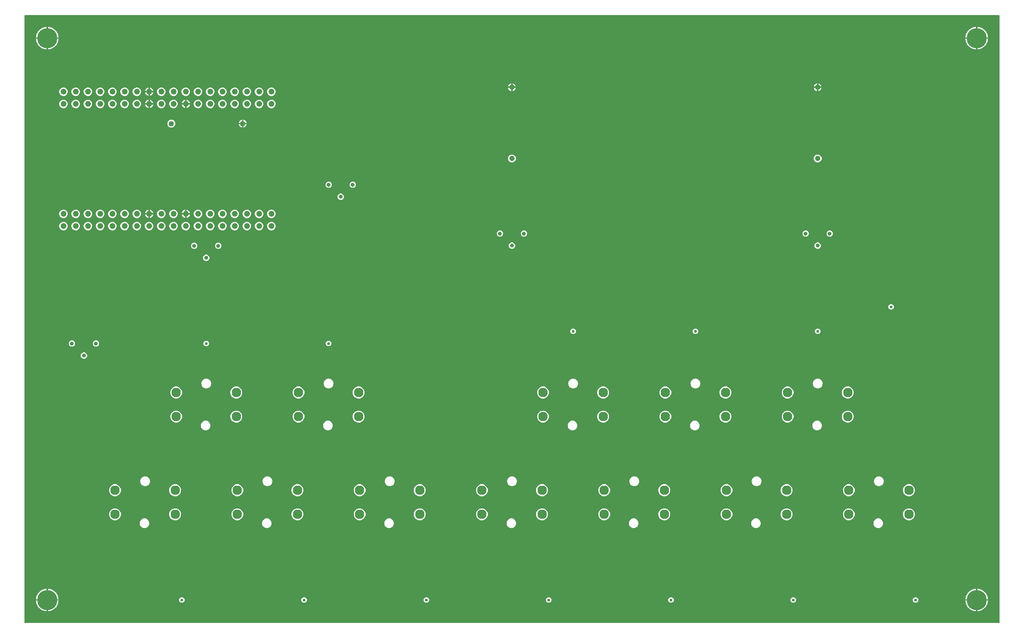
<source format=gbr>
G04 EAGLE Gerber RS-274X export*
G75*
%MOMM*%
%FSLAX34Y34*%
%LPD*%
%INCopper Layer 2*%
%IPPOS*%
%AMOC8*
5,1,8,0,0,1.08239X$1,22.5*%
G01*
%ADD10C,1.244600*%
%ADD11C,4.191000*%
%ADD12C,1.960000*%
%ADD13C,0.804800*%
%ADD14C,1.120000*%
%ADD15C,0.609600*%

G36*
X2027956Y3306D02*
X2027956Y3306D01*
X2027975Y3304D01*
X2028077Y3326D01*
X2028179Y3342D01*
X2028196Y3352D01*
X2028216Y3356D01*
X2028305Y3409D01*
X2028396Y3458D01*
X2028410Y3472D01*
X2028427Y3482D01*
X2028494Y3561D01*
X2028566Y3636D01*
X2028574Y3654D01*
X2028587Y3669D01*
X2028626Y3765D01*
X2028669Y3859D01*
X2028671Y3879D01*
X2028679Y3897D01*
X2028697Y4064D01*
X2028697Y1265936D01*
X2028694Y1265956D01*
X2028696Y1265975D01*
X2028674Y1266077D01*
X2028658Y1266179D01*
X2028648Y1266196D01*
X2028644Y1266216D01*
X2028591Y1266305D01*
X2028542Y1266396D01*
X2028528Y1266410D01*
X2028518Y1266427D01*
X2028439Y1266494D01*
X2028364Y1266566D01*
X2028346Y1266574D01*
X2028331Y1266587D01*
X2028235Y1266626D01*
X2028141Y1266669D01*
X2028121Y1266671D01*
X2028103Y1266679D01*
X2027936Y1266697D01*
X4064Y1266697D01*
X4044Y1266694D01*
X4025Y1266696D01*
X3923Y1266674D01*
X3821Y1266658D01*
X3804Y1266648D01*
X3784Y1266644D01*
X3695Y1266591D01*
X3604Y1266542D01*
X3590Y1266528D01*
X3573Y1266518D01*
X3506Y1266439D01*
X3434Y1266364D01*
X3426Y1266346D01*
X3413Y1266331D01*
X3374Y1266235D01*
X3331Y1266141D01*
X3329Y1266121D01*
X3321Y1266103D01*
X3303Y1265936D01*
X3303Y4064D01*
X3306Y4044D01*
X3304Y4025D01*
X3326Y3923D01*
X3342Y3821D01*
X3352Y3804D01*
X3356Y3784D01*
X3409Y3695D01*
X3458Y3604D01*
X3472Y3590D01*
X3482Y3573D01*
X3561Y3506D01*
X3636Y3434D01*
X3654Y3426D01*
X3669Y3413D01*
X3765Y3374D01*
X3859Y3331D01*
X3879Y3329D01*
X3897Y3321D01*
X4064Y3303D01*
X2027936Y3303D01*
X2027956Y3306D01*
G37*
%LPC*%
G36*
X1078045Y469859D02*
X1078045Y469859D01*
X1073510Y471738D01*
X1070038Y475210D01*
X1068159Y479745D01*
X1068159Y484655D01*
X1070038Y489190D01*
X1073510Y492662D01*
X1078045Y494541D01*
X1082955Y494541D01*
X1087490Y492662D01*
X1090962Y489190D01*
X1092841Y484655D01*
X1092841Y479745D01*
X1090962Y475210D01*
X1087490Y471738D01*
X1082955Y469859D01*
X1078045Y469859D01*
G37*
%LPD*%
%LPC*%
G36*
X1203045Y469859D02*
X1203045Y469859D01*
X1198510Y471738D01*
X1195038Y475210D01*
X1193159Y479745D01*
X1193159Y484655D01*
X1195038Y489190D01*
X1198510Y492662D01*
X1203045Y494541D01*
X1207955Y494541D01*
X1212490Y492662D01*
X1215962Y489190D01*
X1217841Y484655D01*
X1217841Y479745D01*
X1215962Y475210D01*
X1212490Y471738D01*
X1207955Y469859D01*
X1203045Y469859D01*
G37*
%LPD*%
%LPC*%
G36*
X1332045Y469859D02*
X1332045Y469859D01*
X1327510Y471738D01*
X1324038Y475210D01*
X1322159Y479745D01*
X1322159Y484655D01*
X1324038Y489190D01*
X1327510Y492662D01*
X1332045Y494541D01*
X1336955Y494541D01*
X1341490Y492662D01*
X1344962Y489190D01*
X1346841Y484655D01*
X1346841Y479745D01*
X1344962Y475210D01*
X1341490Y471738D01*
X1336955Y469859D01*
X1332045Y469859D01*
G37*
%LPD*%
%LPC*%
G36*
X1711045Y469859D02*
X1711045Y469859D01*
X1706510Y471738D01*
X1703038Y475210D01*
X1701159Y479745D01*
X1701159Y484655D01*
X1703038Y489190D01*
X1706510Y492662D01*
X1711045Y494541D01*
X1715955Y494541D01*
X1720490Y492662D01*
X1723962Y489190D01*
X1725841Y484655D01*
X1725841Y479745D01*
X1723962Y475210D01*
X1720490Y471738D01*
X1715955Y469859D01*
X1711045Y469859D01*
G37*
%LPD*%
%LPC*%
G36*
X697045Y266659D02*
X697045Y266659D01*
X692510Y268538D01*
X689038Y272010D01*
X687159Y276545D01*
X687159Y281455D01*
X689038Y285990D01*
X692510Y289462D01*
X697045Y291341D01*
X701955Y291341D01*
X706490Y289462D01*
X709962Y285990D01*
X711841Y281455D01*
X711841Y276545D01*
X709962Y272010D01*
X706490Y268538D01*
X701955Y266659D01*
X697045Y266659D01*
G37*
%LPD*%
%LPC*%
G36*
X822045Y266659D02*
X822045Y266659D01*
X817510Y268538D01*
X814038Y272010D01*
X812159Y276545D01*
X812159Y281455D01*
X814038Y285990D01*
X817510Y289462D01*
X822045Y291341D01*
X826955Y291341D01*
X831490Y289462D01*
X834962Y285990D01*
X836841Y281455D01*
X836841Y276545D01*
X834962Y272010D01*
X831490Y268538D01*
X826955Y266659D01*
X822045Y266659D01*
G37*
%LPD*%
%LPC*%
G36*
X1457045Y469859D02*
X1457045Y469859D01*
X1452510Y471738D01*
X1449038Y475210D01*
X1447159Y479745D01*
X1447159Y484655D01*
X1449038Y489190D01*
X1452510Y492662D01*
X1457045Y494541D01*
X1461955Y494541D01*
X1466490Y492662D01*
X1469962Y489190D01*
X1471841Y484655D01*
X1471841Y479745D01*
X1469962Y475210D01*
X1466490Y471738D01*
X1461955Y469859D01*
X1457045Y469859D01*
G37*
%LPD*%
%LPC*%
G36*
X314045Y266659D02*
X314045Y266659D01*
X309510Y268538D01*
X306038Y272010D01*
X304159Y276545D01*
X304159Y281455D01*
X306038Y285990D01*
X309510Y289462D01*
X314045Y291341D01*
X318955Y291341D01*
X323490Y289462D01*
X326962Y285990D01*
X328841Y281455D01*
X328841Y276545D01*
X326962Y272010D01*
X323490Y268538D01*
X318955Y266659D01*
X314045Y266659D01*
G37*
%LPD*%
%LPC*%
G36*
X189045Y266659D02*
X189045Y266659D01*
X184510Y268538D01*
X181038Y272010D01*
X179159Y276545D01*
X179159Y281455D01*
X181038Y285990D01*
X184510Y289462D01*
X189045Y291341D01*
X193955Y291341D01*
X198490Y289462D01*
X201962Y285990D01*
X203841Y281455D01*
X203841Y276545D01*
X201962Y272010D01*
X198490Y268538D01*
X193955Y266659D01*
X189045Y266659D01*
G37*
%LPD*%
%LPC*%
G36*
X314045Y216659D02*
X314045Y216659D01*
X309510Y218538D01*
X306038Y222010D01*
X304159Y226545D01*
X304159Y231455D01*
X306038Y235990D01*
X309510Y239462D01*
X314045Y241341D01*
X318955Y241341D01*
X323490Y239462D01*
X326962Y235990D01*
X328841Y231455D01*
X328841Y226545D01*
X326962Y222010D01*
X323490Y218538D01*
X318955Y216659D01*
X314045Y216659D01*
G37*
%LPD*%
%LPC*%
G36*
X951045Y266659D02*
X951045Y266659D01*
X946510Y268538D01*
X943038Y272010D01*
X941159Y276545D01*
X941159Y281455D01*
X943038Y285990D01*
X946510Y289462D01*
X951045Y291341D01*
X955955Y291341D01*
X960490Y289462D01*
X963962Y285990D01*
X965841Y281455D01*
X965841Y276545D01*
X963962Y272010D01*
X960490Y268538D01*
X955955Y266659D01*
X951045Y266659D01*
G37*
%LPD*%
%LPC*%
G36*
X1076045Y266659D02*
X1076045Y266659D01*
X1071510Y268538D01*
X1068038Y272010D01*
X1066159Y276545D01*
X1066159Y281455D01*
X1068038Y285990D01*
X1071510Y289462D01*
X1076045Y291341D01*
X1080955Y291341D01*
X1085490Y289462D01*
X1088962Y285990D01*
X1090841Y281455D01*
X1090841Y276545D01*
X1088962Y272010D01*
X1085490Y268538D01*
X1080955Y266659D01*
X1076045Y266659D01*
G37*
%LPD*%
%LPC*%
G36*
X443045Y266659D02*
X443045Y266659D01*
X438510Y268538D01*
X435038Y272010D01*
X433159Y276545D01*
X433159Y281455D01*
X435038Y285990D01*
X438510Y289462D01*
X443045Y291341D01*
X447955Y291341D01*
X452490Y289462D01*
X455962Y285990D01*
X457841Y281455D01*
X457841Y276545D01*
X455962Y272010D01*
X452490Y268538D01*
X447955Y266659D01*
X443045Y266659D01*
G37*
%LPD*%
%LPC*%
G36*
X568045Y266659D02*
X568045Y266659D01*
X563510Y268538D01*
X560038Y272010D01*
X558159Y276545D01*
X558159Y281455D01*
X560038Y285990D01*
X563510Y289462D01*
X568045Y291341D01*
X572955Y291341D01*
X577490Y289462D01*
X580962Y285990D01*
X582841Y281455D01*
X582841Y276545D01*
X580962Y272010D01*
X577490Y268538D01*
X572955Y266659D01*
X568045Y266659D01*
G37*
%LPD*%
%LPC*%
G36*
X1459045Y266659D02*
X1459045Y266659D01*
X1454510Y268538D01*
X1451038Y272010D01*
X1449159Y276545D01*
X1449159Y281455D01*
X1451038Y285990D01*
X1454510Y289462D01*
X1459045Y291341D01*
X1463955Y291341D01*
X1468490Y289462D01*
X1471962Y285990D01*
X1473841Y281455D01*
X1473841Y276545D01*
X1471962Y272010D01*
X1468490Y268538D01*
X1463955Y266659D01*
X1459045Y266659D01*
G37*
%LPD*%
%LPC*%
G36*
X1584045Y266659D02*
X1584045Y266659D01*
X1579510Y268538D01*
X1576038Y272010D01*
X1574159Y276545D01*
X1574159Y281455D01*
X1576038Y285990D01*
X1579510Y289462D01*
X1584045Y291341D01*
X1588955Y291341D01*
X1593490Y289462D01*
X1596962Y285990D01*
X1598841Y281455D01*
X1598841Y276545D01*
X1596962Y272010D01*
X1593490Y268538D01*
X1588955Y266659D01*
X1584045Y266659D01*
G37*
%LPD*%
%LPC*%
G36*
X189045Y216659D02*
X189045Y216659D01*
X184510Y218538D01*
X181038Y222010D01*
X179159Y226545D01*
X179159Y231455D01*
X181038Y235990D01*
X184510Y239462D01*
X189045Y241341D01*
X193955Y241341D01*
X198490Y239462D01*
X201962Y235990D01*
X203841Y231455D01*
X203841Y226545D01*
X201962Y222010D01*
X198490Y218538D01*
X193955Y216659D01*
X189045Y216659D01*
G37*
%LPD*%
%LPC*%
G36*
X1838045Y216659D02*
X1838045Y216659D01*
X1833510Y218538D01*
X1830038Y222010D01*
X1828159Y226545D01*
X1828159Y231455D01*
X1830038Y235990D01*
X1833510Y239462D01*
X1838045Y241341D01*
X1842955Y241341D01*
X1847490Y239462D01*
X1850962Y235990D01*
X1852841Y231455D01*
X1852841Y226545D01*
X1850962Y222010D01*
X1847490Y218538D01*
X1842955Y216659D01*
X1838045Y216659D01*
G37*
%LPD*%
%LPC*%
G36*
X1713045Y216659D02*
X1713045Y216659D01*
X1708510Y218538D01*
X1705038Y222010D01*
X1703159Y226545D01*
X1703159Y231455D01*
X1705038Y235990D01*
X1708510Y239462D01*
X1713045Y241341D01*
X1717955Y241341D01*
X1722490Y239462D01*
X1725962Y235990D01*
X1727841Y231455D01*
X1727841Y226545D01*
X1725962Y222010D01*
X1722490Y218538D01*
X1717955Y216659D01*
X1713045Y216659D01*
G37*
%LPD*%
%LPC*%
G36*
X1584045Y216659D02*
X1584045Y216659D01*
X1579510Y218538D01*
X1576038Y222010D01*
X1574159Y226545D01*
X1574159Y231455D01*
X1576038Y235990D01*
X1579510Y239462D01*
X1584045Y241341D01*
X1588955Y241341D01*
X1593490Y239462D01*
X1596962Y235990D01*
X1598841Y231455D01*
X1598841Y226545D01*
X1596962Y222010D01*
X1593490Y218538D01*
X1588955Y216659D01*
X1584045Y216659D01*
G37*
%LPD*%
%LPC*%
G36*
X1459045Y216659D02*
X1459045Y216659D01*
X1454510Y218538D01*
X1451038Y222010D01*
X1449159Y226545D01*
X1449159Y231455D01*
X1451038Y235990D01*
X1454510Y239462D01*
X1459045Y241341D01*
X1463955Y241341D01*
X1468490Y239462D01*
X1471962Y235990D01*
X1473841Y231455D01*
X1473841Y226545D01*
X1471962Y222010D01*
X1468490Y218538D01*
X1463955Y216659D01*
X1459045Y216659D01*
G37*
%LPD*%
%LPC*%
G36*
X1330045Y216659D02*
X1330045Y216659D01*
X1325510Y218538D01*
X1322038Y222010D01*
X1320159Y226545D01*
X1320159Y231455D01*
X1322038Y235990D01*
X1325510Y239462D01*
X1330045Y241341D01*
X1334955Y241341D01*
X1339490Y239462D01*
X1342962Y235990D01*
X1344841Y231455D01*
X1344841Y226545D01*
X1342962Y222010D01*
X1339490Y218538D01*
X1334955Y216659D01*
X1330045Y216659D01*
G37*
%LPD*%
%LPC*%
G36*
X1205045Y216659D02*
X1205045Y216659D01*
X1200510Y218538D01*
X1197038Y222010D01*
X1195159Y226545D01*
X1195159Y231455D01*
X1197038Y235990D01*
X1200510Y239462D01*
X1205045Y241341D01*
X1209955Y241341D01*
X1214490Y239462D01*
X1217962Y235990D01*
X1219841Y231455D01*
X1219841Y226545D01*
X1217962Y222010D01*
X1214490Y218538D01*
X1209955Y216659D01*
X1205045Y216659D01*
G37*
%LPD*%
%LPC*%
G36*
X316045Y419859D02*
X316045Y419859D01*
X311510Y421738D01*
X308038Y425210D01*
X306159Y429745D01*
X306159Y434655D01*
X308038Y439190D01*
X311510Y442662D01*
X316045Y444541D01*
X320955Y444541D01*
X325490Y442662D01*
X328962Y439190D01*
X330841Y434655D01*
X330841Y429745D01*
X328962Y425210D01*
X325490Y421738D01*
X320955Y419859D01*
X316045Y419859D01*
G37*
%LPD*%
%LPC*%
G36*
X441045Y419859D02*
X441045Y419859D01*
X436510Y421738D01*
X433038Y425210D01*
X431159Y429745D01*
X431159Y434655D01*
X433038Y439190D01*
X436510Y442662D01*
X441045Y444541D01*
X445955Y444541D01*
X450490Y442662D01*
X453962Y439190D01*
X455841Y434655D01*
X455841Y429745D01*
X453962Y425210D01*
X450490Y421738D01*
X445955Y419859D01*
X441045Y419859D01*
G37*
%LPD*%
%LPC*%
G36*
X570045Y419859D02*
X570045Y419859D01*
X565510Y421738D01*
X562038Y425210D01*
X560159Y429745D01*
X560159Y434655D01*
X562038Y439190D01*
X565510Y442662D01*
X570045Y444541D01*
X574955Y444541D01*
X579490Y442662D01*
X582962Y439190D01*
X584841Y434655D01*
X584841Y429745D01*
X582962Y425210D01*
X579490Y421738D01*
X574955Y419859D01*
X570045Y419859D01*
G37*
%LPD*%
%LPC*%
G36*
X695045Y419859D02*
X695045Y419859D01*
X690510Y421738D01*
X687038Y425210D01*
X685159Y429745D01*
X685159Y434655D01*
X687038Y439190D01*
X690510Y442662D01*
X695045Y444541D01*
X699955Y444541D01*
X704490Y442662D01*
X707962Y439190D01*
X709841Y434655D01*
X709841Y429745D01*
X707962Y425210D01*
X704490Y421738D01*
X699955Y419859D01*
X695045Y419859D01*
G37*
%LPD*%
%LPC*%
G36*
X1076045Y216659D02*
X1076045Y216659D01*
X1071510Y218538D01*
X1068038Y222010D01*
X1066159Y226545D01*
X1066159Y231455D01*
X1068038Y235990D01*
X1071510Y239462D01*
X1076045Y241341D01*
X1080955Y241341D01*
X1085490Y239462D01*
X1088962Y235990D01*
X1090841Y231455D01*
X1090841Y226545D01*
X1088962Y222010D01*
X1085490Y218538D01*
X1080955Y216659D01*
X1076045Y216659D01*
G37*
%LPD*%
%LPC*%
G36*
X1078045Y419859D02*
X1078045Y419859D01*
X1073510Y421738D01*
X1070038Y425210D01*
X1068159Y429745D01*
X1068159Y434655D01*
X1070038Y439190D01*
X1073510Y442662D01*
X1078045Y444541D01*
X1082955Y444541D01*
X1087490Y442662D01*
X1090962Y439190D01*
X1092841Y434655D01*
X1092841Y429745D01*
X1090962Y425210D01*
X1087490Y421738D01*
X1082955Y419859D01*
X1078045Y419859D01*
G37*
%LPD*%
%LPC*%
G36*
X1203045Y419859D02*
X1203045Y419859D01*
X1198510Y421738D01*
X1195038Y425210D01*
X1193159Y429745D01*
X1193159Y434655D01*
X1195038Y439190D01*
X1198510Y442662D01*
X1203045Y444541D01*
X1207955Y444541D01*
X1212490Y442662D01*
X1215962Y439190D01*
X1217841Y434655D01*
X1217841Y429745D01*
X1215962Y425210D01*
X1212490Y421738D01*
X1207955Y419859D01*
X1203045Y419859D01*
G37*
%LPD*%
%LPC*%
G36*
X1332045Y419859D02*
X1332045Y419859D01*
X1327510Y421738D01*
X1324038Y425210D01*
X1322159Y429745D01*
X1322159Y434655D01*
X1324038Y439190D01*
X1327510Y442662D01*
X1332045Y444541D01*
X1336955Y444541D01*
X1341490Y442662D01*
X1344962Y439190D01*
X1346841Y434655D01*
X1346841Y429745D01*
X1344962Y425210D01*
X1341490Y421738D01*
X1336955Y419859D01*
X1332045Y419859D01*
G37*
%LPD*%
%LPC*%
G36*
X1457045Y419859D02*
X1457045Y419859D01*
X1452510Y421738D01*
X1449038Y425210D01*
X1447159Y429745D01*
X1447159Y434655D01*
X1449038Y439190D01*
X1452510Y442662D01*
X1457045Y444541D01*
X1461955Y444541D01*
X1466490Y442662D01*
X1469962Y439190D01*
X1471841Y434655D01*
X1471841Y429745D01*
X1469962Y425210D01*
X1466490Y421738D01*
X1461955Y419859D01*
X1457045Y419859D01*
G37*
%LPD*%
%LPC*%
G36*
X1586045Y419859D02*
X1586045Y419859D01*
X1581510Y421738D01*
X1578038Y425210D01*
X1576159Y429745D01*
X1576159Y434655D01*
X1578038Y439190D01*
X1581510Y442662D01*
X1586045Y444541D01*
X1590955Y444541D01*
X1595490Y442662D01*
X1598962Y439190D01*
X1600841Y434655D01*
X1600841Y429745D01*
X1598962Y425210D01*
X1595490Y421738D01*
X1590955Y419859D01*
X1586045Y419859D01*
G37*
%LPD*%
%LPC*%
G36*
X1713045Y266659D02*
X1713045Y266659D01*
X1708510Y268538D01*
X1705038Y272010D01*
X1703159Y276545D01*
X1703159Y281455D01*
X1705038Y285990D01*
X1708510Y289462D01*
X1713045Y291341D01*
X1717955Y291341D01*
X1722490Y289462D01*
X1725962Y285990D01*
X1727841Y281455D01*
X1727841Y276545D01*
X1725962Y272010D01*
X1722490Y268538D01*
X1717955Y266659D01*
X1713045Y266659D01*
G37*
%LPD*%
%LPC*%
G36*
X1838045Y266659D02*
X1838045Y266659D01*
X1833510Y268538D01*
X1830038Y272010D01*
X1828159Y276545D01*
X1828159Y281455D01*
X1830038Y285990D01*
X1833510Y289462D01*
X1838045Y291341D01*
X1842955Y291341D01*
X1847490Y289462D01*
X1850962Y285990D01*
X1852841Y281455D01*
X1852841Y276545D01*
X1850962Y272010D01*
X1847490Y268538D01*
X1842955Y266659D01*
X1838045Y266659D01*
G37*
%LPD*%
%LPC*%
G36*
X1205045Y266659D02*
X1205045Y266659D01*
X1200510Y268538D01*
X1197038Y272010D01*
X1195159Y276545D01*
X1195159Y281455D01*
X1197038Y285990D01*
X1200510Y289462D01*
X1205045Y291341D01*
X1209955Y291341D01*
X1214490Y289462D01*
X1217962Y285990D01*
X1219841Y281455D01*
X1219841Y276545D01*
X1217962Y272010D01*
X1214490Y268538D01*
X1209955Y266659D01*
X1205045Y266659D01*
G37*
%LPD*%
%LPC*%
G36*
X1330045Y266659D02*
X1330045Y266659D01*
X1325510Y268538D01*
X1322038Y272010D01*
X1320159Y276545D01*
X1320159Y281455D01*
X1322038Y285990D01*
X1325510Y289462D01*
X1330045Y291341D01*
X1334955Y291341D01*
X1339490Y289462D01*
X1342962Y285990D01*
X1344841Y281455D01*
X1344841Y276545D01*
X1342962Y272010D01*
X1339490Y268538D01*
X1334955Y266659D01*
X1330045Y266659D01*
G37*
%LPD*%
%LPC*%
G36*
X822045Y216659D02*
X822045Y216659D01*
X817510Y218538D01*
X814038Y222010D01*
X812159Y226545D01*
X812159Y231455D01*
X814038Y235990D01*
X817510Y239462D01*
X822045Y241341D01*
X826955Y241341D01*
X831490Y239462D01*
X834962Y235990D01*
X836841Y231455D01*
X836841Y226545D01*
X834962Y222010D01*
X831490Y218538D01*
X826955Y216659D01*
X822045Y216659D01*
G37*
%LPD*%
%LPC*%
G36*
X697045Y216659D02*
X697045Y216659D01*
X692510Y218538D01*
X689038Y222010D01*
X687159Y226545D01*
X687159Y231455D01*
X689038Y235990D01*
X692510Y239462D01*
X697045Y241341D01*
X701955Y241341D01*
X706490Y239462D01*
X709962Y235990D01*
X711841Y231455D01*
X711841Y226545D01*
X709962Y222010D01*
X706490Y218538D01*
X701955Y216659D01*
X697045Y216659D01*
G37*
%LPD*%
%LPC*%
G36*
X568045Y216659D02*
X568045Y216659D01*
X563510Y218538D01*
X560038Y222010D01*
X558159Y226545D01*
X558159Y231455D01*
X560038Y235990D01*
X563510Y239462D01*
X568045Y241341D01*
X572955Y241341D01*
X577490Y239462D01*
X580962Y235990D01*
X582841Y231455D01*
X582841Y226545D01*
X580962Y222010D01*
X577490Y218538D01*
X572955Y216659D01*
X568045Y216659D01*
G37*
%LPD*%
%LPC*%
G36*
X443045Y216659D02*
X443045Y216659D01*
X438510Y218538D01*
X435038Y222010D01*
X433159Y226545D01*
X433159Y231455D01*
X435038Y235990D01*
X438510Y239462D01*
X443045Y241341D01*
X447955Y241341D01*
X452490Y239462D01*
X455962Y235990D01*
X457841Y231455D01*
X457841Y226545D01*
X455962Y222010D01*
X452490Y218538D01*
X447955Y216659D01*
X443045Y216659D01*
G37*
%LPD*%
%LPC*%
G36*
X951045Y216659D02*
X951045Y216659D01*
X946510Y218538D01*
X943038Y222010D01*
X941159Y226545D01*
X941159Y231455D01*
X943038Y235990D01*
X946510Y239462D01*
X951045Y241341D01*
X955955Y241341D01*
X960490Y239462D01*
X963962Y235990D01*
X965841Y231455D01*
X965841Y226545D01*
X963962Y222010D01*
X960490Y218538D01*
X955955Y216659D01*
X951045Y216659D01*
G37*
%LPD*%
%LPC*%
G36*
X1711045Y419859D02*
X1711045Y419859D01*
X1706510Y421738D01*
X1703038Y425210D01*
X1701159Y429745D01*
X1701159Y434655D01*
X1703038Y439190D01*
X1706510Y442662D01*
X1711045Y444541D01*
X1715955Y444541D01*
X1720490Y442662D01*
X1723962Y439190D01*
X1725841Y434655D01*
X1725841Y429745D01*
X1723962Y425210D01*
X1720490Y421738D01*
X1715955Y419859D01*
X1711045Y419859D01*
G37*
%LPD*%
%LPC*%
G36*
X316045Y469859D02*
X316045Y469859D01*
X311510Y471738D01*
X308038Y475210D01*
X306159Y479745D01*
X306159Y484655D01*
X308038Y489190D01*
X311510Y492662D01*
X316045Y494541D01*
X320955Y494541D01*
X325490Y492662D01*
X328962Y489190D01*
X330841Y484655D01*
X330841Y479745D01*
X328962Y475210D01*
X325490Y471738D01*
X320955Y469859D01*
X316045Y469859D01*
G37*
%LPD*%
%LPC*%
G36*
X441045Y469859D02*
X441045Y469859D01*
X436510Y471738D01*
X433038Y475210D01*
X431159Y479745D01*
X431159Y484655D01*
X433038Y489190D01*
X436510Y492662D01*
X441045Y494541D01*
X445955Y494541D01*
X450490Y492662D01*
X453962Y489190D01*
X455841Y484655D01*
X455841Y479745D01*
X453962Y475210D01*
X450490Y471738D01*
X445955Y469859D01*
X441045Y469859D01*
G37*
%LPD*%
%LPC*%
G36*
X570045Y469859D02*
X570045Y469859D01*
X565510Y471738D01*
X562038Y475210D01*
X560159Y479745D01*
X560159Y484655D01*
X562038Y489190D01*
X565510Y492662D01*
X570045Y494541D01*
X574955Y494541D01*
X579490Y492662D01*
X582962Y489190D01*
X584841Y484655D01*
X584841Y479745D01*
X582962Y475210D01*
X579490Y471738D01*
X574955Y469859D01*
X570045Y469859D01*
G37*
%LPD*%
%LPC*%
G36*
X695045Y469859D02*
X695045Y469859D01*
X690510Y471738D01*
X687038Y475210D01*
X685159Y479745D01*
X685159Y484655D01*
X687038Y489190D01*
X690510Y492662D01*
X695045Y494541D01*
X699955Y494541D01*
X704490Y492662D01*
X707962Y489190D01*
X709841Y484655D01*
X709841Y479745D01*
X707962Y475210D01*
X704490Y471738D01*
X699955Y469859D01*
X695045Y469859D01*
G37*
%LPD*%
%LPC*%
G36*
X1586045Y469859D02*
X1586045Y469859D01*
X1581510Y471738D01*
X1578038Y475210D01*
X1576159Y479745D01*
X1576159Y484655D01*
X1578038Y489190D01*
X1581510Y492662D01*
X1586045Y494541D01*
X1590955Y494541D01*
X1595490Y492662D01*
X1598962Y489190D01*
X1600841Y484655D01*
X1600841Y479745D01*
X1598962Y475210D01*
X1595490Y471738D01*
X1590955Y469859D01*
X1586045Y469859D01*
G37*
%LPD*%
%LPC*%
G36*
X52323Y1220723D02*
X52323Y1220723D01*
X52323Y1242673D01*
X54742Y1242400D01*
X57043Y1241875D01*
X57044Y1241875D01*
X57315Y1241813D01*
X59805Y1240942D01*
X62183Y1239796D01*
X64418Y1238392D01*
X66481Y1236747D01*
X68347Y1234881D01*
X69992Y1232818D01*
X71396Y1230583D01*
X72542Y1228205D01*
X73413Y1225715D01*
X74000Y1223142D01*
X74273Y1220723D01*
X52323Y1220723D01*
G37*
%LPD*%
%LPC*%
G36*
X1982723Y1220723D02*
X1982723Y1220723D01*
X1982723Y1242673D01*
X1985142Y1242400D01*
X1987443Y1241875D01*
X1987444Y1241875D01*
X1987715Y1241813D01*
X1990205Y1240942D01*
X1992583Y1239796D01*
X1994818Y1238392D01*
X1996881Y1236747D01*
X1998747Y1234881D01*
X2000392Y1232818D01*
X2001796Y1230583D01*
X2002942Y1228205D01*
X2003813Y1225715D01*
X2004400Y1223142D01*
X2004673Y1220723D01*
X1982723Y1220723D01*
G37*
%LPD*%
%LPC*%
G36*
X52323Y52323D02*
X52323Y52323D01*
X52323Y74273D01*
X54742Y74000D01*
X57315Y73413D01*
X59805Y72542D01*
X62183Y71396D01*
X64418Y69992D01*
X66481Y68347D01*
X68347Y66481D01*
X69992Y64418D01*
X71396Y62183D01*
X72542Y59805D01*
X73413Y57315D01*
X74000Y54742D01*
X74273Y52323D01*
X52323Y52323D01*
G37*
%LPD*%
%LPC*%
G36*
X1982723Y52323D02*
X1982723Y52323D01*
X1982723Y74273D01*
X1985142Y74000D01*
X1987715Y73413D01*
X1990205Y72542D01*
X1992583Y71396D01*
X1994818Y69992D01*
X1996881Y68347D01*
X1998747Y66481D01*
X2000392Y64418D01*
X2001796Y62183D01*
X2002942Y59805D01*
X2003813Y57315D01*
X2004400Y54742D01*
X2004673Y52323D01*
X1982723Y52323D01*
G37*
%LPD*%
%LPC*%
G36*
X27327Y1220723D02*
X27327Y1220723D01*
X27600Y1223142D01*
X28187Y1225715D01*
X29058Y1228205D01*
X30204Y1230583D01*
X31608Y1232818D01*
X33253Y1234881D01*
X35119Y1236747D01*
X37182Y1238392D01*
X39417Y1239796D01*
X41795Y1240942D01*
X44285Y1241813D01*
X46858Y1242400D01*
X49277Y1242673D01*
X49277Y1220723D01*
X27327Y1220723D01*
G37*
%LPD*%
%LPC*%
G36*
X1957727Y1220723D02*
X1957727Y1220723D01*
X1958000Y1223142D01*
X1958587Y1225715D01*
X1959458Y1228205D01*
X1960604Y1230583D01*
X1962008Y1232818D01*
X1963653Y1234881D01*
X1965519Y1236747D01*
X1967582Y1238392D01*
X1969817Y1239796D01*
X1972195Y1240942D01*
X1974685Y1241813D01*
X1977258Y1242400D01*
X1979677Y1242673D01*
X1979677Y1220723D01*
X1957727Y1220723D01*
G37*
%LPD*%
%LPC*%
G36*
X1982723Y1217677D02*
X1982723Y1217677D01*
X2004673Y1217677D01*
X2004400Y1215258D01*
X2003813Y1212685D01*
X2002942Y1210195D01*
X2001796Y1207817D01*
X2000392Y1205582D01*
X1998747Y1203519D01*
X1996881Y1201653D01*
X1994818Y1200008D01*
X1992583Y1198604D01*
X1990205Y1197458D01*
X1987715Y1196587D01*
X1985142Y1196000D01*
X1982723Y1195727D01*
X1982723Y1217677D01*
G37*
%LPD*%
%LPC*%
G36*
X52323Y1217677D02*
X52323Y1217677D01*
X74273Y1217677D01*
X74000Y1215258D01*
X73413Y1212685D01*
X72542Y1210195D01*
X71396Y1207817D01*
X69992Y1205582D01*
X68347Y1203519D01*
X66481Y1201653D01*
X64418Y1200008D01*
X62183Y1198604D01*
X59805Y1197458D01*
X57315Y1196587D01*
X54742Y1196000D01*
X52323Y1195727D01*
X52323Y1217677D01*
G37*
%LPD*%
%LPC*%
G36*
X27327Y52323D02*
X27327Y52323D01*
X27600Y54742D01*
X28187Y57315D01*
X29058Y59805D01*
X30204Y62183D01*
X31608Y64418D01*
X33253Y66481D01*
X35119Y68347D01*
X37182Y69992D01*
X39417Y71396D01*
X41795Y72542D01*
X44285Y73413D01*
X46858Y74000D01*
X49277Y74273D01*
X49277Y52323D01*
X27327Y52323D01*
G37*
%LPD*%
%LPC*%
G36*
X1957727Y52323D02*
X1957727Y52323D01*
X1958000Y54742D01*
X1958587Y57315D01*
X1959458Y59805D01*
X1960604Y62183D01*
X1962008Y64418D01*
X1963653Y66481D01*
X1965519Y68347D01*
X1967582Y69992D01*
X1969817Y71396D01*
X1972195Y72542D01*
X1974685Y73413D01*
X1977258Y74000D01*
X1979677Y74273D01*
X1979677Y52323D01*
X1957727Y52323D01*
G37*
%LPD*%
%LPC*%
G36*
X1982723Y49277D02*
X1982723Y49277D01*
X2004673Y49277D01*
X2004400Y46858D01*
X2003813Y44285D01*
X2002942Y41795D01*
X2001796Y39417D01*
X2000392Y37182D01*
X1998747Y35119D01*
X1996881Y33253D01*
X1994818Y31608D01*
X1992583Y30204D01*
X1990205Y29058D01*
X1987715Y28187D01*
X1985142Y27600D01*
X1982723Y27327D01*
X1982723Y49277D01*
G37*
%LPD*%
%LPC*%
G36*
X52323Y49277D02*
X52323Y49277D01*
X74273Y49277D01*
X74000Y46858D01*
X73413Y44285D01*
X72542Y41795D01*
X71396Y39417D01*
X69992Y37182D01*
X68347Y35119D01*
X66481Y33253D01*
X64418Y31608D01*
X62183Y30204D01*
X59805Y29058D01*
X57315Y28187D01*
X54742Y27600D01*
X52323Y27327D01*
X52323Y49277D01*
G37*
%LPD*%
%LPC*%
G36*
X1977258Y1196000D02*
X1977258Y1196000D01*
X1976543Y1196163D01*
X1974685Y1196587D01*
X1972195Y1197458D01*
X1969817Y1198604D01*
X1967582Y1200008D01*
X1965519Y1201653D01*
X1963653Y1203519D01*
X1962008Y1205582D01*
X1960604Y1207817D01*
X1959458Y1210195D01*
X1958587Y1212685D01*
X1958000Y1215258D01*
X1957727Y1217677D01*
X1979677Y1217677D01*
X1979677Y1195727D01*
X1977258Y1196000D01*
G37*
%LPD*%
%LPC*%
G36*
X46858Y1196000D02*
X46858Y1196000D01*
X46143Y1196163D01*
X44285Y1196587D01*
X41795Y1197458D01*
X39417Y1198604D01*
X37182Y1200008D01*
X35119Y1201653D01*
X33253Y1203519D01*
X31608Y1205582D01*
X30204Y1207817D01*
X29058Y1210195D01*
X28187Y1212685D01*
X27600Y1215258D01*
X27327Y1217677D01*
X49277Y1217677D01*
X49277Y1195727D01*
X46858Y1196000D01*
G37*
%LPD*%
%LPC*%
G36*
X46858Y27600D02*
X46858Y27600D01*
X46663Y27644D01*
X44285Y28187D01*
X41795Y29058D01*
X39417Y30204D01*
X37182Y31608D01*
X35119Y33253D01*
X33253Y35119D01*
X31608Y37182D01*
X30204Y39417D01*
X29058Y41795D01*
X28187Y44285D01*
X27600Y46858D01*
X27327Y49277D01*
X49277Y49277D01*
X49277Y27327D01*
X46858Y27600D01*
G37*
%LPD*%
%LPC*%
G36*
X1977258Y27600D02*
X1977258Y27600D01*
X1977063Y27644D01*
X1974685Y28187D01*
X1972195Y29058D01*
X1969817Y30204D01*
X1967582Y31608D01*
X1965519Y33253D01*
X1963653Y35119D01*
X1962008Y37182D01*
X1960604Y39417D01*
X1959458Y41795D01*
X1958587Y44285D01*
X1958000Y46858D01*
X1957727Y49277D01*
X1979677Y49277D01*
X1979677Y27327D01*
X1977258Y27600D01*
G37*
%LPD*%
%LPC*%
G36*
X760003Y287709D02*
X760003Y287709D01*
X756312Y289238D01*
X753488Y292062D01*
X751959Y295753D01*
X751959Y299747D01*
X753488Y303438D01*
X756312Y306262D01*
X760003Y307791D01*
X763997Y307791D01*
X767688Y306262D01*
X770512Y303438D01*
X772041Y299747D01*
X772041Y295753D01*
X770512Y292062D01*
X767688Y289238D01*
X763997Y287709D01*
X760003Y287709D01*
G37*
%LPD*%
%LPC*%
G36*
X1014003Y287709D02*
X1014003Y287709D01*
X1010312Y289238D01*
X1007488Y292062D01*
X1005959Y295753D01*
X1005959Y299747D01*
X1007488Y303438D01*
X1010312Y306262D01*
X1014003Y307791D01*
X1017997Y307791D01*
X1021688Y306262D01*
X1024512Y303438D01*
X1026041Y299747D01*
X1026041Y295753D01*
X1024512Y292062D01*
X1021688Y289238D01*
X1017997Y287709D01*
X1014003Y287709D01*
G37*
%LPD*%
%LPC*%
G36*
X1268003Y287709D02*
X1268003Y287709D01*
X1264312Y289238D01*
X1261488Y292062D01*
X1259959Y295753D01*
X1259959Y299747D01*
X1261488Y303438D01*
X1264312Y306262D01*
X1268003Y307791D01*
X1271997Y307791D01*
X1275688Y306262D01*
X1278512Y303438D01*
X1280041Y299747D01*
X1280041Y295753D01*
X1278512Y292062D01*
X1275688Y289238D01*
X1271997Y287709D01*
X1268003Y287709D01*
G37*
%LPD*%
%LPC*%
G36*
X1522003Y287709D02*
X1522003Y287709D01*
X1518312Y289238D01*
X1515488Y292062D01*
X1513959Y295753D01*
X1513959Y299747D01*
X1515488Y303438D01*
X1518312Y306262D01*
X1522003Y307791D01*
X1525997Y307791D01*
X1529688Y306262D01*
X1532512Y303438D01*
X1534041Y299747D01*
X1534041Y295753D01*
X1532512Y292062D01*
X1529688Y289238D01*
X1525997Y287709D01*
X1522003Y287709D01*
G37*
%LPD*%
%LPC*%
G36*
X1395003Y490909D02*
X1395003Y490909D01*
X1391312Y492438D01*
X1388488Y495262D01*
X1386959Y498953D01*
X1386959Y502947D01*
X1388488Y506638D01*
X1391312Y509462D01*
X1395003Y510991D01*
X1398997Y510991D01*
X1402688Y509462D01*
X1405512Y506638D01*
X1407041Y502947D01*
X1407041Y498953D01*
X1405512Y495262D01*
X1402688Y492438D01*
X1398997Y490909D01*
X1395003Y490909D01*
G37*
%LPD*%
%LPC*%
G36*
X379003Y490909D02*
X379003Y490909D01*
X375312Y492438D01*
X372488Y495262D01*
X370959Y498953D01*
X370959Y502947D01*
X372488Y506638D01*
X375312Y509462D01*
X379003Y510991D01*
X382997Y510991D01*
X386688Y509462D01*
X389512Y506638D01*
X391041Y502947D01*
X391041Y498953D01*
X389512Y495262D01*
X386688Y492438D01*
X382997Y490909D01*
X379003Y490909D01*
G37*
%LPD*%
%LPC*%
G36*
X1649003Y490909D02*
X1649003Y490909D01*
X1645312Y492438D01*
X1642488Y495262D01*
X1640959Y498953D01*
X1640959Y502947D01*
X1642488Y506638D01*
X1645312Y509462D01*
X1649003Y510991D01*
X1652997Y510991D01*
X1656688Y509462D01*
X1659512Y506638D01*
X1661041Y502947D01*
X1661041Y498953D01*
X1659512Y495262D01*
X1656688Y492438D01*
X1652997Y490909D01*
X1649003Y490909D01*
G37*
%LPD*%
%LPC*%
G36*
X633003Y490909D02*
X633003Y490909D01*
X629312Y492438D01*
X626488Y495262D01*
X624959Y498953D01*
X624959Y502947D01*
X626488Y506638D01*
X629312Y509462D01*
X633003Y510991D01*
X636997Y510991D01*
X640688Y509462D01*
X643512Y506638D01*
X645041Y502947D01*
X645041Y498953D01*
X643512Y495262D01*
X640688Y492438D01*
X636997Y490909D01*
X633003Y490909D01*
G37*
%LPD*%
%LPC*%
G36*
X1141003Y490909D02*
X1141003Y490909D01*
X1137312Y492438D01*
X1134488Y495262D01*
X1132959Y498953D01*
X1132959Y502947D01*
X1134488Y506638D01*
X1137312Y509462D01*
X1141003Y510991D01*
X1144997Y510991D01*
X1148688Y509462D01*
X1151512Y506638D01*
X1153041Y502947D01*
X1153041Y498953D01*
X1151512Y495262D01*
X1148688Y492438D01*
X1144997Y490909D01*
X1141003Y490909D01*
G37*
%LPD*%
%LPC*%
G36*
X1774753Y200209D02*
X1774753Y200209D01*
X1771062Y201738D01*
X1768238Y204562D01*
X1766709Y208253D01*
X1766709Y212247D01*
X1768238Y215938D01*
X1771062Y218762D01*
X1774753Y220291D01*
X1778747Y220291D01*
X1782438Y218762D01*
X1785262Y215938D01*
X1786791Y212247D01*
X1786791Y208253D01*
X1785262Y204562D01*
X1782438Y201738D01*
X1778747Y200209D01*
X1774753Y200209D01*
G37*
%LPD*%
%LPC*%
G36*
X1520753Y200209D02*
X1520753Y200209D01*
X1517062Y201738D01*
X1514238Y204562D01*
X1512709Y208253D01*
X1512709Y212247D01*
X1514238Y215938D01*
X1517062Y218762D01*
X1520753Y220291D01*
X1524747Y220291D01*
X1528438Y218762D01*
X1531262Y215938D01*
X1532791Y212247D01*
X1532791Y208253D01*
X1531262Y204562D01*
X1528438Y201738D01*
X1524747Y200209D01*
X1520753Y200209D01*
G37*
%LPD*%
%LPC*%
G36*
X1266753Y200209D02*
X1266753Y200209D01*
X1263062Y201738D01*
X1260238Y204562D01*
X1258709Y208253D01*
X1258709Y212247D01*
X1260238Y215938D01*
X1263062Y218762D01*
X1266753Y220291D01*
X1270747Y220291D01*
X1274438Y218762D01*
X1277262Y215938D01*
X1278791Y212247D01*
X1278791Y208253D01*
X1277262Y204562D01*
X1274438Y201738D01*
X1270747Y200209D01*
X1266753Y200209D01*
G37*
%LPD*%
%LPC*%
G36*
X1012753Y200209D02*
X1012753Y200209D01*
X1009062Y201738D01*
X1006238Y204562D01*
X1004709Y208253D01*
X1004709Y212247D01*
X1006238Y215938D01*
X1009062Y218762D01*
X1012753Y220291D01*
X1016747Y220291D01*
X1020438Y218762D01*
X1023262Y215938D01*
X1024791Y212247D01*
X1024791Y208253D01*
X1023262Y204562D01*
X1020438Y201738D01*
X1016747Y200209D01*
X1012753Y200209D01*
G37*
%LPD*%
%LPC*%
G36*
X758753Y200209D02*
X758753Y200209D01*
X755062Y201738D01*
X752238Y204562D01*
X750709Y208253D01*
X750709Y212247D01*
X752238Y215938D01*
X755062Y218762D01*
X758753Y220291D01*
X762747Y220291D01*
X766438Y218762D01*
X769262Y215938D01*
X770791Y212247D01*
X770791Y208253D01*
X769262Y204562D01*
X766438Y201738D01*
X762747Y200209D01*
X758753Y200209D01*
G37*
%LPD*%
%LPC*%
G36*
X504753Y200209D02*
X504753Y200209D01*
X501062Y201738D01*
X498238Y204562D01*
X496709Y208253D01*
X496709Y212247D01*
X498238Y215938D01*
X501062Y218762D01*
X504753Y220291D01*
X508747Y220291D01*
X512438Y218762D01*
X515262Y215938D01*
X516791Y212247D01*
X516791Y208253D01*
X515262Y204562D01*
X512438Y201738D01*
X508747Y200209D01*
X504753Y200209D01*
G37*
%LPD*%
%LPC*%
G36*
X250753Y200209D02*
X250753Y200209D01*
X247062Y201738D01*
X244238Y204562D01*
X242709Y208253D01*
X242709Y212247D01*
X244238Y215938D01*
X247062Y218762D01*
X250753Y220291D01*
X254747Y220291D01*
X258438Y218762D01*
X261262Y215938D01*
X262791Y212247D01*
X262791Y208253D01*
X261262Y204562D01*
X258438Y201738D01*
X254747Y200209D01*
X250753Y200209D01*
G37*
%LPD*%
%LPC*%
G36*
X252003Y287709D02*
X252003Y287709D01*
X248312Y289238D01*
X245488Y292062D01*
X243959Y295753D01*
X243959Y299747D01*
X245488Y303438D01*
X248312Y306262D01*
X252003Y307791D01*
X255997Y307791D01*
X259688Y306262D01*
X262512Y303438D01*
X264041Y299747D01*
X264041Y295753D01*
X262512Y292062D01*
X259688Y289238D01*
X255997Y287709D01*
X252003Y287709D01*
G37*
%LPD*%
%LPC*%
G36*
X506003Y287709D02*
X506003Y287709D01*
X502312Y289238D01*
X499488Y292062D01*
X497959Y295753D01*
X497959Y299747D01*
X499488Y303438D01*
X502312Y306262D01*
X506003Y307791D01*
X509997Y307791D01*
X513688Y306262D01*
X516512Y303438D01*
X518041Y299747D01*
X518041Y295753D01*
X516512Y292062D01*
X513688Y289238D01*
X509997Y287709D01*
X506003Y287709D01*
G37*
%LPD*%
%LPC*%
G36*
X1139753Y403409D02*
X1139753Y403409D01*
X1136062Y404938D01*
X1133238Y407762D01*
X1131709Y411453D01*
X1131709Y415447D01*
X1133238Y419138D01*
X1136062Y421962D01*
X1139753Y423491D01*
X1143747Y423491D01*
X1147438Y421962D01*
X1150262Y419138D01*
X1151791Y415447D01*
X1151791Y411453D01*
X1150262Y407762D01*
X1147438Y404938D01*
X1143747Y403409D01*
X1139753Y403409D01*
G37*
%LPD*%
%LPC*%
G36*
X1393753Y403409D02*
X1393753Y403409D01*
X1390062Y404938D01*
X1387238Y407762D01*
X1385709Y411453D01*
X1385709Y415447D01*
X1387238Y419138D01*
X1390062Y421962D01*
X1393753Y423491D01*
X1397747Y423491D01*
X1401438Y421962D01*
X1404262Y419138D01*
X1405791Y415447D01*
X1405791Y411453D01*
X1404262Y407762D01*
X1401438Y404938D01*
X1397747Y403409D01*
X1393753Y403409D01*
G37*
%LPD*%
%LPC*%
G36*
X1647753Y403409D02*
X1647753Y403409D01*
X1644062Y404938D01*
X1641238Y407762D01*
X1639709Y411453D01*
X1639709Y415447D01*
X1641238Y419138D01*
X1644062Y421962D01*
X1647753Y423491D01*
X1651747Y423491D01*
X1655438Y421962D01*
X1658262Y419138D01*
X1659791Y415447D01*
X1659791Y411453D01*
X1658262Y407762D01*
X1655438Y404938D01*
X1651747Y403409D01*
X1647753Y403409D01*
G37*
%LPD*%
%LPC*%
G36*
X377753Y403409D02*
X377753Y403409D01*
X374062Y404938D01*
X371238Y407762D01*
X369709Y411453D01*
X369709Y415447D01*
X371238Y419138D01*
X374062Y421962D01*
X377753Y423491D01*
X381747Y423491D01*
X385438Y421962D01*
X388262Y419138D01*
X389791Y415447D01*
X389791Y411453D01*
X388262Y407762D01*
X385438Y404938D01*
X381747Y403409D01*
X377753Y403409D01*
G37*
%LPD*%
%LPC*%
G36*
X631753Y403409D02*
X631753Y403409D01*
X628062Y404938D01*
X625238Y407762D01*
X623709Y411453D01*
X623709Y415447D01*
X625238Y419138D01*
X628062Y421962D01*
X631753Y423491D01*
X635747Y423491D01*
X639438Y421962D01*
X642262Y419138D01*
X643791Y415447D01*
X643791Y411453D01*
X642262Y407762D01*
X639438Y404938D01*
X635747Y403409D01*
X631753Y403409D01*
G37*
%LPD*%
%LPC*%
G36*
X1776003Y287709D02*
X1776003Y287709D01*
X1772312Y289238D01*
X1769488Y292062D01*
X1767959Y295753D01*
X1767959Y299747D01*
X1769488Y303438D01*
X1772312Y306262D01*
X1776003Y307791D01*
X1779997Y307791D01*
X1783688Y306262D01*
X1786512Y303438D01*
X1788041Y299747D01*
X1788041Y295753D01*
X1786512Y292062D01*
X1783688Y289238D01*
X1779997Y287709D01*
X1776003Y287709D01*
G37*
%LPD*%
%LPC*%
G36*
X108157Y1073536D02*
X108157Y1073536D01*
X104936Y1074870D01*
X102470Y1077336D01*
X101136Y1080557D01*
X101136Y1084043D01*
X102470Y1087264D01*
X104936Y1089730D01*
X108157Y1091064D01*
X111643Y1091064D01*
X114864Y1089730D01*
X117330Y1087264D01*
X118664Y1084043D01*
X118664Y1080557D01*
X117330Y1077336D01*
X114864Y1074870D01*
X111643Y1073536D01*
X108157Y1073536D01*
G37*
%LPD*%
%LPC*%
G36*
X82757Y1073536D02*
X82757Y1073536D01*
X79536Y1074870D01*
X77070Y1077336D01*
X75736Y1080557D01*
X75736Y1084043D01*
X77070Y1087264D01*
X79536Y1089730D01*
X82757Y1091064D01*
X86243Y1091064D01*
X89464Y1089730D01*
X91930Y1087264D01*
X93264Y1084043D01*
X93264Y1080557D01*
X91930Y1077336D01*
X89464Y1074870D01*
X86243Y1073536D01*
X82757Y1073536D01*
G37*
%LPD*%
%LPC*%
G36*
X108157Y844936D02*
X108157Y844936D01*
X104936Y846270D01*
X102470Y848736D01*
X101136Y851957D01*
X101136Y855443D01*
X102470Y858664D01*
X104936Y861130D01*
X108157Y862464D01*
X111643Y862464D01*
X114864Y861130D01*
X117330Y858664D01*
X118664Y855443D01*
X118664Y851957D01*
X117330Y848736D01*
X114864Y846270D01*
X111643Y844936D01*
X108157Y844936D01*
G37*
%LPD*%
%LPC*%
G36*
X82757Y844936D02*
X82757Y844936D01*
X79536Y846270D01*
X77070Y848736D01*
X75736Y851957D01*
X75736Y855443D01*
X77070Y858664D01*
X79536Y861130D01*
X82757Y862464D01*
X86243Y862464D01*
X89464Y861130D01*
X91930Y858664D01*
X93264Y855443D01*
X93264Y851957D01*
X91930Y848736D01*
X89464Y846270D01*
X86243Y844936D01*
X82757Y844936D01*
G37*
%LPD*%
%LPC*%
G36*
X514557Y844936D02*
X514557Y844936D01*
X511336Y846270D01*
X508870Y848736D01*
X507536Y851957D01*
X507536Y855443D01*
X508870Y858664D01*
X511336Y861130D01*
X514557Y862464D01*
X518043Y862464D01*
X521264Y861130D01*
X523730Y858664D01*
X525064Y855443D01*
X525064Y851957D01*
X523730Y848736D01*
X521264Y846270D01*
X518043Y844936D01*
X514557Y844936D01*
G37*
%LPD*%
%LPC*%
G36*
X489157Y844936D02*
X489157Y844936D01*
X485936Y846270D01*
X483470Y848736D01*
X482136Y851957D01*
X482136Y855443D01*
X483470Y858664D01*
X485936Y861130D01*
X489157Y862464D01*
X492643Y862464D01*
X495864Y861130D01*
X498330Y858664D01*
X499664Y855443D01*
X499664Y851957D01*
X498330Y848736D01*
X495864Y846270D01*
X492643Y844936D01*
X489157Y844936D01*
G37*
%LPD*%
%LPC*%
G36*
X463757Y844936D02*
X463757Y844936D01*
X460536Y846270D01*
X458070Y848736D01*
X456736Y851957D01*
X456736Y855443D01*
X458070Y858664D01*
X460536Y861130D01*
X463757Y862464D01*
X467243Y862464D01*
X470464Y861130D01*
X472930Y858664D01*
X474264Y855443D01*
X474264Y851957D01*
X472930Y848736D01*
X470464Y846270D01*
X467243Y844936D01*
X463757Y844936D01*
G37*
%LPD*%
%LPC*%
G36*
X438357Y844936D02*
X438357Y844936D01*
X435136Y846270D01*
X432670Y848736D01*
X431336Y851957D01*
X431336Y855443D01*
X432670Y858664D01*
X435136Y861130D01*
X438357Y862464D01*
X441843Y862464D01*
X445064Y861130D01*
X447530Y858664D01*
X448864Y855443D01*
X448864Y851957D01*
X447530Y848736D01*
X445064Y846270D01*
X441843Y844936D01*
X438357Y844936D01*
G37*
%LPD*%
%LPC*%
G36*
X412957Y844936D02*
X412957Y844936D01*
X409736Y846270D01*
X407270Y848736D01*
X405936Y851957D01*
X405936Y855443D01*
X407270Y858664D01*
X409736Y861130D01*
X412957Y862464D01*
X416443Y862464D01*
X419664Y861130D01*
X422130Y858664D01*
X423464Y855443D01*
X423464Y851957D01*
X422130Y848736D01*
X419664Y846270D01*
X416443Y844936D01*
X412957Y844936D01*
G37*
%LPD*%
%LPC*%
G36*
X362157Y844936D02*
X362157Y844936D01*
X358936Y846270D01*
X356470Y848736D01*
X355136Y851957D01*
X355136Y855443D01*
X356470Y858664D01*
X358936Y861130D01*
X362157Y862464D01*
X365643Y862464D01*
X368864Y861130D01*
X371330Y858664D01*
X372664Y855443D01*
X372664Y851957D01*
X371330Y848736D01*
X368864Y846270D01*
X365643Y844936D01*
X362157Y844936D01*
G37*
%LPD*%
%LPC*%
G36*
X311357Y844936D02*
X311357Y844936D01*
X308136Y846270D01*
X305670Y848736D01*
X304336Y851957D01*
X304336Y855443D01*
X305670Y858664D01*
X308136Y861130D01*
X311357Y862464D01*
X314843Y862464D01*
X318064Y861130D01*
X320530Y858664D01*
X321864Y855443D01*
X321864Y851957D01*
X320530Y848736D01*
X318064Y846270D01*
X314843Y844936D01*
X311357Y844936D01*
G37*
%LPD*%
%LPC*%
G36*
X285957Y844936D02*
X285957Y844936D01*
X282736Y846270D01*
X280270Y848736D01*
X278936Y851957D01*
X278936Y855443D01*
X280270Y858664D01*
X282736Y861130D01*
X285957Y862464D01*
X289443Y862464D01*
X292664Y861130D01*
X295130Y858664D01*
X296464Y855443D01*
X296464Y851957D01*
X295130Y848736D01*
X292664Y846270D01*
X289443Y844936D01*
X285957Y844936D01*
G37*
%LPD*%
%LPC*%
G36*
X235157Y844936D02*
X235157Y844936D01*
X231936Y846270D01*
X229470Y848736D01*
X228136Y851957D01*
X228136Y855443D01*
X229470Y858664D01*
X231936Y861130D01*
X235157Y862464D01*
X238643Y862464D01*
X241864Y861130D01*
X244330Y858664D01*
X245664Y855443D01*
X245664Y851957D01*
X244330Y848736D01*
X241864Y846270D01*
X238643Y844936D01*
X235157Y844936D01*
G37*
%LPD*%
%LPC*%
G36*
X209757Y844936D02*
X209757Y844936D01*
X206536Y846270D01*
X204070Y848736D01*
X202736Y851957D01*
X202736Y855443D01*
X204070Y858664D01*
X206536Y861130D01*
X209757Y862464D01*
X213243Y862464D01*
X216464Y861130D01*
X218930Y858664D01*
X220264Y855443D01*
X220264Y851957D01*
X218930Y848736D01*
X216464Y846270D01*
X213243Y844936D01*
X209757Y844936D01*
G37*
%LPD*%
%LPC*%
G36*
X184357Y844936D02*
X184357Y844936D01*
X181136Y846270D01*
X178670Y848736D01*
X177336Y851957D01*
X177336Y855443D01*
X178670Y858664D01*
X181136Y861130D01*
X184357Y862464D01*
X187843Y862464D01*
X191064Y861130D01*
X193530Y858664D01*
X194864Y855443D01*
X194864Y851957D01*
X193530Y848736D01*
X191064Y846270D01*
X187843Y844936D01*
X184357Y844936D01*
G37*
%LPD*%
%LPC*%
G36*
X158957Y844936D02*
X158957Y844936D01*
X155736Y846270D01*
X153270Y848736D01*
X151936Y851957D01*
X151936Y855443D01*
X153270Y858664D01*
X155736Y861130D01*
X158957Y862464D01*
X162443Y862464D01*
X165664Y861130D01*
X168130Y858664D01*
X169464Y855443D01*
X169464Y851957D01*
X168130Y848736D01*
X165664Y846270D01*
X162443Y844936D01*
X158957Y844936D01*
G37*
%LPD*%
%LPC*%
G36*
X133557Y844936D02*
X133557Y844936D01*
X130336Y846270D01*
X127870Y848736D01*
X126536Y851957D01*
X126536Y855443D01*
X127870Y858664D01*
X130336Y861130D01*
X133557Y862464D01*
X137043Y862464D01*
X140264Y861130D01*
X142730Y858664D01*
X144064Y855443D01*
X144064Y851957D01*
X142730Y848736D01*
X140264Y846270D01*
X137043Y844936D01*
X133557Y844936D01*
G37*
%LPD*%
%LPC*%
G36*
X108157Y819536D02*
X108157Y819536D01*
X104936Y820870D01*
X102470Y823336D01*
X101136Y826557D01*
X101136Y830043D01*
X102470Y833264D01*
X104936Y835730D01*
X108157Y837064D01*
X111643Y837064D01*
X114864Y835730D01*
X117330Y833264D01*
X118664Y830043D01*
X118664Y826557D01*
X117330Y823336D01*
X114864Y820870D01*
X111643Y819536D01*
X108157Y819536D01*
G37*
%LPD*%
%LPC*%
G36*
X82757Y819536D02*
X82757Y819536D01*
X79536Y820870D01*
X77070Y823336D01*
X75736Y826557D01*
X75736Y830043D01*
X77070Y833264D01*
X79536Y835730D01*
X82757Y837064D01*
X86243Y837064D01*
X89464Y835730D01*
X91930Y833264D01*
X93264Y830043D01*
X93264Y826557D01*
X91930Y823336D01*
X89464Y820870D01*
X86243Y819536D01*
X82757Y819536D01*
G37*
%LPD*%
%LPC*%
G36*
X514557Y819536D02*
X514557Y819536D01*
X511336Y820870D01*
X508870Y823336D01*
X507536Y826557D01*
X507536Y830043D01*
X508870Y833264D01*
X511336Y835730D01*
X514557Y837064D01*
X518043Y837064D01*
X521264Y835730D01*
X523730Y833264D01*
X525064Y830043D01*
X525064Y826557D01*
X523730Y823336D01*
X521264Y820870D01*
X518043Y819536D01*
X514557Y819536D01*
G37*
%LPD*%
%LPC*%
G36*
X489157Y819536D02*
X489157Y819536D01*
X485936Y820870D01*
X483470Y823336D01*
X482136Y826557D01*
X482136Y830043D01*
X483470Y833264D01*
X485936Y835730D01*
X489157Y837064D01*
X492643Y837064D01*
X495864Y835730D01*
X498330Y833264D01*
X499664Y830043D01*
X499664Y826557D01*
X498330Y823336D01*
X495864Y820870D01*
X492643Y819536D01*
X489157Y819536D01*
G37*
%LPD*%
%LPC*%
G36*
X463757Y819536D02*
X463757Y819536D01*
X460536Y820870D01*
X458070Y823336D01*
X456736Y826557D01*
X456736Y830043D01*
X458070Y833264D01*
X460536Y835730D01*
X463757Y837064D01*
X467243Y837064D01*
X470464Y835730D01*
X472930Y833264D01*
X474264Y830043D01*
X474264Y826557D01*
X472930Y823336D01*
X470464Y820870D01*
X467243Y819536D01*
X463757Y819536D01*
G37*
%LPD*%
%LPC*%
G36*
X438357Y819536D02*
X438357Y819536D01*
X435136Y820870D01*
X432670Y823336D01*
X431336Y826557D01*
X431336Y830043D01*
X432670Y833264D01*
X435136Y835730D01*
X438357Y837064D01*
X441843Y837064D01*
X445064Y835730D01*
X447530Y833264D01*
X448864Y830043D01*
X448864Y826557D01*
X447530Y823336D01*
X445064Y820870D01*
X441843Y819536D01*
X438357Y819536D01*
G37*
%LPD*%
%LPC*%
G36*
X412957Y819536D02*
X412957Y819536D01*
X409736Y820870D01*
X407270Y823336D01*
X405936Y826557D01*
X405936Y830043D01*
X407270Y833264D01*
X409736Y835730D01*
X412957Y837064D01*
X416443Y837064D01*
X419664Y835730D01*
X422130Y833264D01*
X423464Y830043D01*
X423464Y826557D01*
X422130Y823336D01*
X419664Y820870D01*
X416443Y819536D01*
X412957Y819536D01*
G37*
%LPD*%
%LPC*%
G36*
X387557Y819536D02*
X387557Y819536D01*
X384336Y820870D01*
X381870Y823336D01*
X380536Y826557D01*
X380536Y830043D01*
X381870Y833264D01*
X384336Y835730D01*
X387557Y837064D01*
X391043Y837064D01*
X394264Y835730D01*
X396730Y833264D01*
X398064Y830043D01*
X398064Y826557D01*
X396730Y823336D01*
X394264Y820870D01*
X391043Y819536D01*
X387557Y819536D01*
G37*
%LPD*%
%LPC*%
G36*
X362157Y819536D02*
X362157Y819536D01*
X358936Y820870D01*
X356470Y823336D01*
X355136Y826557D01*
X355136Y830043D01*
X356470Y833264D01*
X358936Y835730D01*
X362157Y837064D01*
X365643Y837064D01*
X368864Y835730D01*
X371330Y833264D01*
X372664Y830043D01*
X372664Y826557D01*
X371330Y823336D01*
X368864Y820870D01*
X365643Y819536D01*
X362157Y819536D01*
G37*
%LPD*%
%LPC*%
G36*
X209757Y1098936D02*
X209757Y1098936D01*
X206536Y1100270D01*
X204070Y1102736D01*
X202736Y1105957D01*
X202736Y1109443D01*
X204070Y1112664D01*
X206536Y1115130D01*
X209757Y1116464D01*
X213243Y1116464D01*
X216464Y1115130D01*
X218930Y1112664D01*
X220264Y1109443D01*
X220264Y1105957D01*
X218930Y1102736D01*
X216464Y1100270D01*
X213243Y1098936D01*
X209757Y1098936D01*
G37*
%LPD*%
%LPC*%
G36*
X311357Y819536D02*
X311357Y819536D01*
X308136Y820870D01*
X305670Y823336D01*
X304336Y826557D01*
X304336Y830043D01*
X305670Y833264D01*
X308136Y835730D01*
X311357Y837064D01*
X314843Y837064D01*
X318064Y835730D01*
X320530Y833264D01*
X321864Y830043D01*
X321864Y826557D01*
X320530Y823336D01*
X318064Y820870D01*
X314843Y819536D01*
X311357Y819536D01*
G37*
%LPD*%
%LPC*%
G36*
X285957Y819536D02*
X285957Y819536D01*
X282736Y820870D01*
X280270Y823336D01*
X278936Y826557D01*
X278936Y830043D01*
X280270Y833264D01*
X282736Y835730D01*
X285957Y837064D01*
X289443Y837064D01*
X292664Y835730D01*
X295130Y833264D01*
X296464Y830043D01*
X296464Y826557D01*
X295130Y823336D01*
X292664Y820870D01*
X289443Y819536D01*
X285957Y819536D01*
G37*
%LPD*%
%LPC*%
G36*
X260557Y819536D02*
X260557Y819536D01*
X257336Y820870D01*
X254870Y823336D01*
X253536Y826557D01*
X253536Y830043D01*
X254870Y833264D01*
X257336Y835730D01*
X260557Y837064D01*
X264043Y837064D01*
X267264Y835730D01*
X269730Y833264D01*
X271064Y830043D01*
X271064Y826557D01*
X269730Y823336D01*
X267264Y820870D01*
X264043Y819536D01*
X260557Y819536D01*
G37*
%LPD*%
%LPC*%
G36*
X235157Y819536D02*
X235157Y819536D01*
X231936Y820870D01*
X229470Y823336D01*
X228136Y826557D01*
X228136Y830043D01*
X229470Y833264D01*
X231936Y835730D01*
X235157Y837064D01*
X238643Y837064D01*
X241864Y835730D01*
X244330Y833264D01*
X245664Y830043D01*
X245664Y826557D01*
X244330Y823336D01*
X241864Y820870D01*
X238643Y819536D01*
X235157Y819536D01*
G37*
%LPD*%
%LPC*%
G36*
X209757Y819536D02*
X209757Y819536D01*
X206536Y820870D01*
X204070Y823336D01*
X202736Y826557D01*
X202736Y830043D01*
X204070Y833264D01*
X206536Y835730D01*
X209757Y837064D01*
X213243Y837064D01*
X216464Y835730D01*
X218930Y833264D01*
X220264Y830043D01*
X220264Y826557D01*
X218930Y823336D01*
X216464Y820870D01*
X213243Y819536D01*
X209757Y819536D01*
G37*
%LPD*%
%LPC*%
G36*
X184357Y819536D02*
X184357Y819536D01*
X181136Y820870D01*
X178670Y823336D01*
X177336Y826557D01*
X177336Y830043D01*
X178670Y833264D01*
X181136Y835730D01*
X184357Y837064D01*
X187843Y837064D01*
X191064Y835730D01*
X193530Y833264D01*
X194864Y830043D01*
X194864Y826557D01*
X193530Y823336D01*
X191064Y820870D01*
X187843Y819536D01*
X184357Y819536D01*
G37*
%LPD*%
%LPC*%
G36*
X158957Y819536D02*
X158957Y819536D01*
X155736Y820870D01*
X153270Y823336D01*
X151936Y826557D01*
X151936Y830043D01*
X153270Y833264D01*
X155736Y835730D01*
X158957Y837064D01*
X162443Y837064D01*
X165664Y835730D01*
X168130Y833264D01*
X169464Y830043D01*
X169464Y826557D01*
X168130Y823336D01*
X165664Y820870D01*
X162443Y819536D01*
X158957Y819536D01*
G37*
%LPD*%
%LPC*%
G36*
X133557Y819536D02*
X133557Y819536D01*
X130336Y820870D01*
X127870Y823336D01*
X126536Y826557D01*
X126536Y830043D01*
X127870Y833264D01*
X130336Y835730D01*
X133557Y837064D01*
X137043Y837064D01*
X140264Y835730D01*
X142730Y833264D01*
X144064Y830043D01*
X144064Y826557D01*
X142730Y823336D01*
X140264Y820870D01*
X137043Y819536D01*
X133557Y819536D01*
G37*
%LPD*%
%LPC*%
G36*
X336757Y819536D02*
X336757Y819536D01*
X333536Y820870D01*
X331070Y823336D01*
X329736Y826557D01*
X329736Y830043D01*
X331070Y833264D01*
X333536Y835730D01*
X336757Y837064D01*
X340243Y837064D01*
X343464Y835730D01*
X345930Y833264D01*
X347264Y830043D01*
X347264Y826557D01*
X345930Y823336D01*
X343464Y820870D01*
X340243Y819536D01*
X336757Y819536D01*
G37*
%LPD*%
%LPC*%
G36*
X285957Y1098936D02*
X285957Y1098936D01*
X282736Y1100270D01*
X280270Y1102736D01*
X278936Y1105957D01*
X278936Y1109443D01*
X280270Y1112664D01*
X282736Y1115130D01*
X285957Y1116464D01*
X289443Y1116464D01*
X292664Y1115130D01*
X295130Y1112664D01*
X296464Y1109443D01*
X296464Y1105957D01*
X295130Y1102736D01*
X292664Y1100270D01*
X289443Y1098936D01*
X285957Y1098936D01*
G37*
%LPD*%
%LPC*%
G36*
X235157Y1098936D02*
X235157Y1098936D01*
X231936Y1100270D01*
X229470Y1102736D01*
X228136Y1105957D01*
X228136Y1109443D01*
X229470Y1112664D01*
X231936Y1115130D01*
X235157Y1116464D01*
X238643Y1116464D01*
X241864Y1115130D01*
X244330Y1112664D01*
X245664Y1109443D01*
X245664Y1105957D01*
X244330Y1102736D01*
X241864Y1100270D01*
X238643Y1098936D01*
X235157Y1098936D01*
G37*
%LPD*%
%LPC*%
G36*
X514557Y1098936D02*
X514557Y1098936D01*
X511336Y1100270D01*
X508870Y1102736D01*
X507536Y1105957D01*
X507536Y1109443D01*
X508870Y1112664D01*
X511336Y1115130D01*
X514557Y1116464D01*
X518043Y1116464D01*
X521264Y1115130D01*
X523730Y1112664D01*
X525064Y1109443D01*
X525064Y1105957D01*
X523730Y1102736D01*
X521264Y1100270D01*
X518043Y1098936D01*
X514557Y1098936D01*
G37*
%LPD*%
%LPC*%
G36*
X489157Y1098936D02*
X489157Y1098936D01*
X485936Y1100270D01*
X483470Y1102736D01*
X482136Y1105957D01*
X482136Y1109443D01*
X483470Y1112664D01*
X485936Y1115130D01*
X489157Y1116464D01*
X492643Y1116464D01*
X495864Y1115130D01*
X498330Y1112664D01*
X499664Y1109443D01*
X499664Y1105957D01*
X498330Y1102736D01*
X495864Y1100270D01*
X492643Y1098936D01*
X489157Y1098936D01*
G37*
%LPD*%
%LPC*%
G36*
X463757Y1098936D02*
X463757Y1098936D01*
X460536Y1100270D01*
X458070Y1102736D01*
X456736Y1105957D01*
X456736Y1109443D01*
X458070Y1112664D01*
X460536Y1115130D01*
X463757Y1116464D01*
X467243Y1116464D01*
X470464Y1115130D01*
X472930Y1112664D01*
X474264Y1109443D01*
X474264Y1105957D01*
X472930Y1102736D01*
X470464Y1100270D01*
X467243Y1098936D01*
X463757Y1098936D01*
G37*
%LPD*%
%LPC*%
G36*
X438357Y1098936D02*
X438357Y1098936D01*
X435136Y1100270D01*
X432670Y1102736D01*
X431336Y1105957D01*
X431336Y1109443D01*
X432670Y1112664D01*
X435136Y1115130D01*
X438357Y1116464D01*
X441843Y1116464D01*
X445064Y1115130D01*
X447530Y1112664D01*
X448864Y1109443D01*
X448864Y1105957D01*
X447530Y1102736D01*
X445064Y1100270D01*
X441843Y1098936D01*
X438357Y1098936D01*
G37*
%LPD*%
%LPC*%
G36*
X412957Y1098936D02*
X412957Y1098936D01*
X409736Y1100270D01*
X407270Y1102736D01*
X405936Y1105957D01*
X405936Y1109443D01*
X407270Y1112664D01*
X409736Y1115130D01*
X412957Y1116464D01*
X416443Y1116464D01*
X419664Y1115130D01*
X422130Y1112664D01*
X423464Y1109443D01*
X423464Y1105957D01*
X422130Y1102736D01*
X419664Y1100270D01*
X416443Y1098936D01*
X412957Y1098936D01*
G37*
%LPD*%
%LPC*%
G36*
X387557Y1098936D02*
X387557Y1098936D01*
X384336Y1100270D01*
X381870Y1102736D01*
X380536Y1105957D01*
X380536Y1109443D01*
X381870Y1112664D01*
X384336Y1115130D01*
X387557Y1116464D01*
X391043Y1116464D01*
X394264Y1115130D01*
X396730Y1112664D01*
X398064Y1109443D01*
X398064Y1105957D01*
X396730Y1102736D01*
X394264Y1100270D01*
X391043Y1098936D01*
X387557Y1098936D01*
G37*
%LPD*%
%LPC*%
G36*
X362157Y1098936D02*
X362157Y1098936D01*
X358936Y1100270D01*
X356470Y1102736D01*
X355136Y1105957D01*
X355136Y1109443D01*
X356470Y1112664D01*
X358936Y1115130D01*
X362157Y1116464D01*
X365643Y1116464D01*
X368864Y1115130D01*
X371330Y1112664D01*
X372664Y1109443D01*
X372664Y1105957D01*
X371330Y1102736D01*
X368864Y1100270D01*
X365643Y1098936D01*
X362157Y1098936D01*
G37*
%LPD*%
%LPC*%
G36*
X336757Y1098936D02*
X336757Y1098936D01*
X333536Y1100270D01*
X331070Y1102736D01*
X329736Y1105957D01*
X329736Y1109443D01*
X331070Y1112664D01*
X333536Y1115130D01*
X336757Y1116464D01*
X340243Y1116464D01*
X343464Y1115130D01*
X345930Y1112664D01*
X347264Y1109443D01*
X347264Y1105957D01*
X345930Y1102736D01*
X343464Y1100270D01*
X340243Y1098936D01*
X336757Y1098936D01*
G37*
%LPD*%
%LPC*%
G36*
X311357Y1098936D02*
X311357Y1098936D01*
X308136Y1100270D01*
X305670Y1102736D01*
X304336Y1105957D01*
X304336Y1109443D01*
X305670Y1112664D01*
X308136Y1115130D01*
X311357Y1116464D01*
X314843Y1116464D01*
X318064Y1115130D01*
X320530Y1112664D01*
X321864Y1109443D01*
X321864Y1105957D01*
X320530Y1102736D01*
X318064Y1100270D01*
X314843Y1098936D01*
X311357Y1098936D01*
G37*
%LPD*%
%LPC*%
G36*
X387557Y844936D02*
X387557Y844936D01*
X384336Y846270D01*
X381870Y848736D01*
X380536Y851957D01*
X380536Y855443D01*
X381870Y858664D01*
X384336Y861130D01*
X387557Y862464D01*
X391043Y862464D01*
X394264Y861130D01*
X396730Y858664D01*
X398064Y855443D01*
X398064Y851957D01*
X396730Y848736D01*
X394264Y846270D01*
X391043Y844936D01*
X387557Y844936D01*
G37*
%LPD*%
%LPC*%
G36*
X184357Y1098936D02*
X184357Y1098936D01*
X181136Y1100270D01*
X178670Y1102736D01*
X177336Y1105957D01*
X177336Y1109443D01*
X178670Y1112664D01*
X181136Y1115130D01*
X184357Y1116464D01*
X187843Y1116464D01*
X191064Y1115130D01*
X193530Y1112664D01*
X194864Y1109443D01*
X194864Y1105957D01*
X193530Y1102736D01*
X191064Y1100270D01*
X187843Y1098936D01*
X184357Y1098936D01*
G37*
%LPD*%
%LPC*%
G36*
X158957Y1098936D02*
X158957Y1098936D01*
X155736Y1100270D01*
X153270Y1102736D01*
X151936Y1105957D01*
X151936Y1109443D01*
X153270Y1112664D01*
X155736Y1115130D01*
X158957Y1116464D01*
X162443Y1116464D01*
X165664Y1115130D01*
X168130Y1112664D01*
X169464Y1109443D01*
X169464Y1105957D01*
X168130Y1102736D01*
X165664Y1100270D01*
X162443Y1098936D01*
X158957Y1098936D01*
G37*
%LPD*%
%LPC*%
G36*
X133557Y1098936D02*
X133557Y1098936D01*
X130336Y1100270D01*
X127870Y1102736D01*
X126536Y1105957D01*
X126536Y1109443D01*
X127870Y1112664D01*
X130336Y1115130D01*
X133557Y1116464D01*
X137043Y1116464D01*
X140264Y1115130D01*
X142730Y1112664D01*
X144064Y1109443D01*
X144064Y1105957D01*
X142730Y1102736D01*
X140264Y1100270D01*
X137043Y1098936D01*
X133557Y1098936D01*
G37*
%LPD*%
%LPC*%
G36*
X108157Y1098936D02*
X108157Y1098936D01*
X104936Y1100270D01*
X102470Y1102736D01*
X101136Y1105957D01*
X101136Y1109443D01*
X102470Y1112664D01*
X104936Y1115130D01*
X108157Y1116464D01*
X111643Y1116464D01*
X114864Y1115130D01*
X117330Y1112664D01*
X118664Y1109443D01*
X118664Y1105957D01*
X117330Y1102736D01*
X114864Y1100270D01*
X111643Y1098936D01*
X108157Y1098936D01*
G37*
%LPD*%
%LPC*%
G36*
X82757Y1098936D02*
X82757Y1098936D01*
X79536Y1100270D01*
X77070Y1102736D01*
X75736Y1105957D01*
X75736Y1109443D01*
X77070Y1112664D01*
X79536Y1115130D01*
X82757Y1116464D01*
X86243Y1116464D01*
X89464Y1115130D01*
X91930Y1112664D01*
X93264Y1109443D01*
X93264Y1105957D01*
X91930Y1102736D01*
X89464Y1100270D01*
X86243Y1098936D01*
X82757Y1098936D01*
G37*
%LPD*%
%LPC*%
G36*
X158957Y1073536D02*
X158957Y1073536D01*
X155736Y1074870D01*
X153270Y1077336D01*
X151936Y1080557D01*
X151936Y1084043D01*
X153270Y1087264D01*
X155736Y1089730D01*
X158957Y1091064D01*
X162443Y1091064D01*
X165664Y1089730D01*
X168130Y1087264D01*
X169464Y1084043D01*
X169464Y1080557D01*
X168130Y1077336D01*
X165664Y1074870D01*
X162443Y1073536D01*
X158957Y1073536D01*
G37*
%LPD*%
%LPC*%
G36*
X133557Y1073536D02*
X133557Y1073536D01*
X130336Y1074870D01*
X127870Y1077336D01*
X126536Y1080557D01*
X126536Y1084043D01*
X127870Y1087264D01*
X130336Y1089730D01*
X133557Y1091064D01*
X137043Y1091064D01*
X140264Y1089730D01*
X142730Y1087264D01*
X144064Y1084043D01*
X144064Y1080557D01*
X142730Y1077336D01*
X140264Y1074870D01*
X137043Y1073536D01*
X133557Y1073536D01*
G37*
%LPD*%
%LPC*%
G36*
X514557Y1073536D02*
X514557Y1073536D01*
X511336Y1074870D01*
X508870Y1077336D01*
X507536Y1080557D01*
X507536Y1084043D01*
X508870Y1087264D01*
X511336Y1089730D01*
X514557Y1091064D01*
X518043Y1091064D01*
X521264Y1089730D01*
X523730Y1087264D01*
X525064Y1084043D01*
X525064Y1080557D01*
X523730Y1077336D01*
X521264Y1074870D01*
X518043Y1073536D01*
X514557Y1073536D01*
G37*
%LPD*%
%LPC*%
G36*
X489157Y1073536D02*
X489157Y1073536D01*
X485936Y1074870D01*
X483470Y1077336D01*
X482136Y1080557D01*
X482136Y1084043D01*
X483470Y1087264D01*
X485936Y1089730D01*
X489157Y1091064D01*
X492643Y1091064D01*
X495864Y1089730D01*
X498330Y1087264D01*
X499664Y1084043D01*
X499664Y1080557D01*
X498330Y1077336D01*
X495864Y1074870D01*
X492643Y1073536D01*
X489157Y1073536D01*
G37*
%LPD*%
%LPC*%
G36*
X463757Y1073536D02*
X463757Y1073536D01*
X460536Y1074870D01*
X458070Y1077336D01*
X456736Y1080557D01*
X456736Y1084043D01*
X458070Y1087264D01*
X460536Y1089730D01*
X463757Y1091064D01*
X467243Y1091064D01*
X470464Y1089730D01*
X472930Y1087264D01*
X474264Y1084043D01*
X474264Y1080557D01*
X472930Y1077336D01*
X470464Y1074870D01*
X467243Y1073536D01*
X463757Y1073536D01*
G37*
%LPD*%
%LPC*%
G36*
X438357Y1073536D02*
X438357Y1073536D01*
X435136Y1074870D01*
X432670Y1077336D01*
X431336Y1080557D01*
X431336Y1084043D01*
X432670Y1087264D01*
X435136Y1089730D01*
X438357Y1091064D01*
X441843Y1091064D01*
X445064Y1089730D01*
X447530Y1087264D01*
X448864Y1084043D01*
X448864Y1080557D01*
X447530Y1077336D01*
X445064Y1074870D01*
X441843Y1073536D01*
X438357Y1073536D01*
G37*
%LPD*%
%LPC*%
G36*
X412957Y1073536D02*
X412957Y1073536D01*
X409736Y1074870D01*
X407270Y1077336D01*
X405936Y1080557D01*
X405936Y1084043D01*
X407270Y1087264D01*
X409736Y1089730D01*
X412957Y1091064D01*
X416443Y1091064D01*
X419664Y1089730D01*
X422130Y1087264D01*
X423464Y1084043D01*
X423464Y1080557D01*
X422130Y1077336D01*
X419664Y1074870D01*
X416443Y1073536D01*
X412957Y1073536D01*
G37*
%LPD*%
%LPC*%
G36*
X387557Y1073536D02*
X387557Y1073536D01*
X384336Y1074870D01*
X381870Y1077336D01*
X380536Y1080557D01*
X380536Y1084043D01*
X381870Y1087264D01*
X384336Y1089730D01*
X387557Y1091064D01*
X391043Y1091064D01*
X394264Y1089730D01*
X396730Y1087264D01*
X398064Y1084043D01*
X398064Y1080557D01*
X396730Y1077336D01*
X394264Y1074870D01*
X391043Y1073536D01*
X387557Y1073536D01*
G37*
%LPD*%
%LPC*%
G36*
X362157Y1073536D02*
X362157Y1073536D01*
X358936Y1074870D01*
X356470Y1077336D01*
X355136Y1080557D01*
X355136Y1084043D01*
X356470Y1087264D01*
X358936Y1089730D01*
X362157Y1091064D01*
X365643Y1091064D01*
X368864Y1089730D01*
X371330Y1087264D01*
X372664Y1084043D01*
X372664Y1080557D01*
X371330Y1077336D01*
X368864Y1074870D01*
X365643Y1073536D01*
X362157Y1073536D01*
G37*
%LPD*%
%LPC*%
G36*
X311357Y1073536D02*
X311357Y1073536D01*
X308136Y1074870D01*
X305670Y1077336D01*
X304336Y1080557D01*
X304336Y1084043D01*
X305670Y1087264D01*
X308136Y1089730D01*
X311357Y1091064D01*
X314843Y1091064D01*
X318064Y1089730D01*
X320530Y1087264D01*
X321864Y1084043D01*
X321864Y1080557D01*
X320530Y1077336D01*
X318064Y1074870D01*
X314843Y1073536D01*
X311357Y1073536D01*
G37*
%LPD*%
%LPC*%
G36*
X285957Y1073536D02*
X285957Y1073536D01*
X282736Y1074870D01*
X280270Y1077336D01*
X278936Y1080557D01*
X278936Y1084043D01*
X280270Y1087264D01*
X282736Y1089730D01*
X285957Y1091064D01*
X289443Y1091064D01*
X292664Y1089730D01*
X295130Y1087264D01*
X296464Y1084043D01*
X296464Y1080557D01*
X295130Y1077336D01*
X292664Y1074870D01*
X289443Y1073536D01*
X285957Y1073536D01*
G37*
%LPD*%
%LPC*%
G36*
X235157Y1073536D02*
X235157Y1073536D01*
X231936Y1074870D01*
X229470Y1077336D01*
X228136Y1080557D01*
X228136Y1084043D01*
X229470Y1087264D01*
X231936Y1089730D01*
X235157Y1091064D01*
X238643Y1091064D01*
X241864Y1089730D01*
X244330Y1087264D01*
X245664Y1084043D01*
X245664Y1080557D01*
X244330Y1077336D01*
X241864Y1074870D01*
X238643Y1073536D01*
X235157Y1073536D01*
G37*
%LPD*%
%LPC*%
G36*
X209757Y1073536D02*
X209757Y1073536D01*
X206536Y1074870D01*
X204070Y1077336D01*
X202736Y1080557D01*
X202736Y1084043D01*
X204070Y1087264D01*
X206536Y1089730D01*
X209757Y1091064D01*
X213243Y1091064D01*
X216464Y1089730D01*
X218930Y1087264D01*
X220264Y1084043D01*
X220264Y1080557D01*
X218930Y1077336D01*
X216464Y1074870D01*
X213243Y1073536D01*
X209757Y1073536D01*
G37*
%LPD*%
%LPC*%
G36*
X184357Y1073536D02*
X184357Y1073536D01*
X181136Y1074870D01*
X178670Y1077336D01*
X177336Y1080557D01*
X177336Y1084043D01*
X178670Y1087264D01*
X181136Y1089730D01*
X184357Y1091064D01*
X187843Y1091064D01*
X191064Y1089730D01*
X193530Y1087264D01*
X194864Y1084043D01*
X194864Y1080557D01*
X193530Y1077336D01*
X191064Y1074870D01*
X187843Y1073536D01*
X184357Y1073536D01*
G37*
%LPD*%
%LPC*%
G36*
X1014381Y960759D02*
X1014381Y960759D01*
X1011389Y961999D01*
X1009099Y964289D01*
X1007859Y967281D01*
X1007859Y970519D01*
X1009099Y973511D01*
X1011389Y975801D01*
X1014381Y977041D01*
X1017619Y977041D01*
X1020611Y975801D01*
X1022901Y973511D01*
X1024141Y970519D01*
X1024141Y967281D01*
X1022901Y964289D01*
X1020611Y961999D01*
X1017619Y960759D01*
X1014381Y960759D01*
G37*
%LPD*%
%LPC*%
G36*
X1649381Y960759D02*
X1649381Y960759D01*
X1646389Y961999D01*
X1644099Y964289D01*
X1642859Y967281D01*
X1642859Y970519D01*
X1644099Y973511D01*
X1646389Y975801D01*
X1649381Y977041D01*
X1652619Y977041D01*
X1655611Y975801D01*
X1657901Y973511D01*
X1659141Y970519D01*
X1659141Y967281D01*
X1657901Y964289D01*
X1655611Y961999D01*
X1652619Y960759D01*
X1649381Y960759D01*
G37*
%LPD*%
%LPC*%
G36*
X306881Y1033259D02*
X306881Y1033259D01*
X303889Y1034499D01*
X301599Y1036789D01*
X300359Y1039781D01*
X300359Y1043019D01*
X301599Y1046011D01*
X303889Y1048301D01*
X306881Y1049541D01*
X310119Y1049541D01*
X313111Y1048301D01*
X315401Y1046011D01*
X316641Y1043019D01*
X316641Y1039781D01*
X315401Y1036789D01*
X313111Y1034499D01*
X310119Y1033259D01*
X306881Y1033259D01*
G37*
%LPD*%
%LPC*%
G36*
X1014694Y781235D02*
X1014694Y781235D01*
X1012281Y782235D01*
X1010435Y784081D01*
X1009435Y786494D01*
X1009435Y789106D01*
X1010435Y791519D01*
X1012281Y793365D01*
X1014694Y794365D01*
X1017306Y794365D01*
X1019719Y793365D01*
X1021565Y791519D01*
X1022565Y789106D01*
X1022565Y786494D01*
X1021565Y784081D01*
X1019719Y782235D01*
X1017306Y781235D01*
X1014694Y781235D01*
G37*
%LPD*%
%LPC*%
G36*
X1649694Y781235D02*
X1649694Y781235D01*
X1647281Y782235D01*
X1645435Y784081D01*
X1644435Y786494D01*
X1644435Y789106D01*
X1645435Y791519D01*
X1647281Y793365D01*
X1649694Y794365D01*
X1652306Y794365D01*
X1654719Y793365D01*
X1656565Y791519D01*
X1657565Y789106D01*
X1657565Y786494D01*
X1656565Y784081D01*
X1654719Y782235D01*
X1652306Y781235D01*
X1649694Y781235D01*
G37*
%LPD*%
%LPC*%
G36*
X1624694Y806235D02*
X1624694Y806235D01*
X1622281Y807235D01*
X1620435Y809081D01*
X1619435Y811494D01*
X1619435Y814106D01*
X1620435Y816519D01*
X1622281Y818365D01*
X1624694Y819365D01*
X1627306Y819365D01*
X1629719Y818365D01*
X1631565Y816519D01*
X1632565Y814106D01*
X1632565Y811494D01*
X1631565Y809081D01*
X1629719Y807235D01*
X1627306Y806235D01*
X1624694Y806235D01*
G37*
%LPD*%
%LPC*%
G36*
X1039694Y806235D02*
X1039694Y806235D01*
X1037281Y807235D01*
X1035435Y809081D01*
X1034435Y811494D01*
X1034435Y814106D01*
X1035435Y816519D01*
X1037281Y818365D01*
X1039694Y819365D01*
X1042306Y819365D01*
X1044719Y818365D01*
X1046565Y816519D01*
X1047565Y814106D01*
X1047565Y811494D01*
X1046565Y809081D01*
X1044719Y807235D01*
X1042306Y806235D01*
X1039694Y806235D01*
G37*
%LPD*%
%LPC*%
G36*
X634094Y907835D02*
X634094Y907835D01*
X631681Y908835D01*
X629835Y910681D01*
X628835Y913094D01*
X628835Y915706D01*
X629835Y918119D01*
X631681Y919965D01*
X634094Y920965D01*
X636706Y920965D01*
X639119Y919965D01*
X640965Y918119D01*
X641965Y915706D01*
X641965Y913094D01*
X640965Y910681D01*
X639119Y908835D01*
X636706Y907835D01*
X634094Y907835D01*
G37*
%LPD*%
%LPC*%
G36*
X659094Y882835D02*
X659094Y882835D01*
X656681Y883835D01*
X654835Y885681D01*
X653835Y888094D01*
X653835Y890706D01*
X654835Y893119D01*
X656681Y894965D01*
X659094Y895965D01*
X661706Y895965D01*
X664119Y894965D01*
X665965Y893119D01*
X666965Y890706D01*
X666965Y888094D01*
X665965Y885681D01*
X664119Y883835D01*
X661706Y882835D01*
X659094Y882835D01*
G37*
%LPD*%
%LPC*%
G36*
X684094Y907835D02*
X684094Y907835D01*
X681681Y908835D01*
X679835Y910681D01*
X678835Y913094D01*
X678835Y915706D01*
X679835Y918119D01*
X681681Y919965D01*
X684094Y920965D01*
X686706Y920965D01*
X689119Y919965D01*
X690965Y918119D01*
X691965Y915706D01*
X691965Y913094D01*
X690965Y910681D01*
X689119Y908835D01*
X686706Y907835D01*
X684094Y907835D01*
G37*
%LPD*%
%LPC*%
G36*
X1674694Y806235D02*
X1674694Y806235D01*
X1672281Y807235D01*
X1670435Y809081D01*
X1669435Y811494D01*
X1669435Y814106D01*
X1670435Y816519D01*
X1672281Y818365D01*
X1674694Y819365D01*
X1677306Y819365D01*
X1679719Y818365D01*
X1681565Y816519D01*
X1682565Y814106D01*
X1682565Y811494D01*
X1681565Y809081D01*
X1679719Y807235D01*
X1677306Y806235D01*
X1674694Y806235D01*
G37*
%LPD*%
%LPC*%
G36*
X125694Y552635D02*
X125694Y552635D01*
X123281Y553635D01*
X121435Y555481D01*
X120435Y557894D01*
X120435Y560506D01*
X121435Y562919D01*
X123281Y564765D01*
X125694Y565765D01*
X128306Y565765D01*
X130719Y564765D01*
X132565Y562919D01*
X133565Y560506D01*
X133565Y557894D01*
X132565Y555481D01*
X130719Y553635D01*
X128306Y552635D01*
X125694Y552635D01*
G37*
%LPD*%
%LPC*%
G36*
X100694Y577635D02*
X100694Y577635D01*
X98281Y578635D01*
X96435Y580481D01*
X95435Y582894D01*
X95435Y585506D01*
X96435Y587919D01*
X98281Y589765D01*
X100694Y590765D01*
X103306Y590765D01*
X105719Y589765D01*
X107565Y587919D01*
X108565Y585506D01*
X108565Y582894D01*
X107565Y580481D01*
X105719Y578635D01*
X103306Y577635D01*
X100694Y577635D01*
G37*
%LPD*%
%LPC*%
G36*
X989694Y806235D02*
X989694Y806235D01*
X987281Y807235D01*
X985435Y809081D01*
X984435Y811494D01*
X984435Y814106D01*
X985435Y816519D01*
X987281Y818365D01*
X989694Y819365D01*
X992306Y819365D01*
X994719Y818365D01*
X996565Y816519D01*
X997565Y814106D01*
X997565Y811494D01*
X996565Y809081D01*
X994719Y807235D01*
X992306Y806235D01*
X989694Y806235D01*
G37*
%LPD*%
%LPC*%
G36*
X150694Y577635D02*
X150694Y577635D01*
X148281Y578635D01*
X146435Y580481D01*
X145435Y582894D01*
X145435Y585506D01*
X146435Y587919D01*
X148281Y589765D01*
X150694Y590765D01*
X153306Y590765D01*
X155719Y589765D01*
X157565Y587919D01*
X158565Y585506D01*
X158565Y582894D01*
X157565Y580481D01*
X155719Y578635D01*
X153306Y577635D01*
X150694Y577635D01*
G37*
%LPD*%
%LPC*%
G36*
X379694Y755835D02*
X379694Y755835D01*
X377281Y756835D01*
X375435Y758681D01*
X374435Y761094D01*
X374435Y763706D01*
X375435Y766119D01*
X377281Y767965D01*
X379694Y768965D01*
X382306Y768965D01*
X384719Y767965D01*
X386565Y766119D01*
X387565Y763706D01*
X387565Y761094D01*
X386565Y758681D01*
X384719Y756835D01*
X382306Y755835D01*
X379694Y755835D01*
G37*
%LPD*%
%LPC*%
G36*
X354694Y780835D02*
X354694Y780835D01*
X352281Y781835D01*
X350435Y783681D01*
X349435Y786094D01*
X349435Y788706D01*
X350435Y791119D01*
X352281Y792965D01*
X354694Y793965D01*
X357306Y793965D01*
X359719Y792965D01*
X361565Y791119D01*
X362565Y788706D01*
X362565Y786094D01*
X361565Y783681D01*
X359719Y781835D01*
X357306Y780835D01*
X354694Y780835D01*
G37*
%LPD*%
%LPC*%
G36*
X404694Y780835D02*
X404694Y780835D01*
X402281Y781835D01*
X400435Y783681D01*
X399435Y786094D01*
X399435Y788706D01*
X400435Y791119D01*
X402281Y792965D01*
X404694Y793965D01*
X407306Y793965D01*
X409719Y792965D01*
X411565Y791119D01*
X412565Y788706D01*
X412565Y786094D01*
X411565Y783681D01*
X409719Y781835D01*
X407306Y780835D01*
X404694Y780835D01*
G37*
%LPD*%
%LPC*%
G36*
X1853088Y45211D02*
X1853088Y45211D01*
X1851034Y46062D01*
X1849462Y47634D01*
X1848611Y49688D01*
X1848611Y51912D01*
X1849462Y53966D01*
X1851034Y55538D01*
X1853088Y56389D01*
X1855312Y56389D01*
X1857366Y55538D01*
X1858938Y53966D01*
X1859789Y51912D01*
X1859789Y49688D01*
X1858938Y47634D01*
X1857366Y46062D01*
X1855312Y45211D01*
X1853088Y45211D01*
G37*
%LPD*%
%LPC*%
G36*
X1599088Y45211D02*
X1599088Y45211D01*
X1597034Y46062D01*
X1595462Y47634D01*
X1594611Y49688D01*
X1594611Y51912D01*
X1595462Y53966D01*
X1597034Y55538D01*
X1599088Y56389D01*
X1601312Y56389D01*
X1603366Y55538D01*
X1604938Y53966D01*
X1605789Y51912D01*
X1605789Y49688D01*
X1604938Y47634D01*
X1603366Y46062D01*
X1601312Y45211D01*
X1599088Y45211D01*
G37*
%LPD*%
%LPC*%
G36*
X1345088Y45211D02*
X1345088Y45211D01*
X1343034Y46062D01*
X1341462Y47634D01*
X1340611Y49688D01*
X1340611Y51912D01*
X1341462Y53966D01*
X1343034Y55538D01*
X1345088Y56389D01*
X1347312Y56389D01*
X1349366Y55538D01*
X1350938Y53966D01*
X1351789Y51912D01*
X1351789Y49688D01*
X1350938Y47634D01*
X1349366Y46062D01*
X1347312Y45211D01*
X1345088Y45211D01*
G37*
%LPD*%
%LPC*%
G36*
X837088Y45211D02*
X837088Y45211D01*
X835034Y46062D01*
X833462Y47634D01*
X832611Y49688D01*
X832611Y51912D01*
X833462Y53966D01*
X835034Y55538D01*
X837088Y56389D01*
X839312Y56389D01*
X841366Y55538D01*
X842938Y53966D01*
X843789Y51912D01*
X843789Y49688D01*
X842938Y47634D01*
X841366Y46062D01*
X839312Y45211D01*
X837088Y45211D01*
G37*
%LPD*%
%LPC*%
G36*
X583088Y45211D02*
X583088Y45211D01*
X581034Y46062D01*
X579462Y47634D01*
X578611Y49688D01*
X578611Y51912D01*
X579462Y53966D01*
X581034Y55538D01*
X583088Y56389D01*
X585312Y56389D01*
X587366Y55538D01*
X588938Y53966D01*
X589789Y51912D01*
X589789Y49688D01*
X588938Y47634D01*
X587366Y46062D01*
X585312Y45211D01*
X583088Y45211D01*
G37*
%LPD*%
%LPC*%
G36*
X329088Y45211D02*
X329088Y45211D01*
X327034Y46062D01*
X325462Y47634D01*
X324611Y49688D01*
X324611Y51912D01*
X325462Y53966D01*
X327034Y55538D01*
X329088Y56389D01*
X331312Y56389D01*
X333366Y55538D01*
X334938Y53966D01*
X335789Y51912D01*
X335789Y49688D01*
X334938Y47634D01*
X333366Y46062D01*
X331312Y45211D01*
X329088Y45211D01*
G37*
%LPD*%
%LPC*%
G36*
X1649888Y604011D02*
X1649888Y604011D01*
X1647834Y604862D01*
X1646262Y606434D01*
X1645411Y608488D01*
X1645411Y610712D01*
X1646262Y612766D01*
X1647834Y614338D01*
X1649888Y615189D01*
X1652112Y615189D01*
X1654166Y614338D01*
X1655738Y612766D01*
X1656589Y610712D01*
X1656589Y608488D01*
X1655738Y606434D01*
X1654166Y604862D01*
X1652112Y604011D01*
X1649888Y604011D01*
G37*
%LPD*%
%LPC*%
G36*
X1091088Y45211D02*
X1091088Y45211D01*
X1089034Y46062D01*
X1087462Y47634D01*
X1086611Y49688D01*
X1086611Y51912D01*
X1087462Y53966D01*
X1089034Y55538D01*
X1091088Y56389D01*
X1093312Y56389D01*
X1095366Y55538D01*
X1096938Y53966D01*
X1097789Y51912D01*
X1097789Y49688D01*
X1096938Y47634D01*
X1095366Y46062D01*
X1093312Y45211D01*
X1091088Y45211D01*
G37*
%LPD*%
%LPC*%
G36*
X1802288Y654811D02*
X1802288Y654811D01*
X1800234Y655662D01*
X1798662Y657234D01*
X1797811Y659288D01*
X1797811Y661512D01*
X1798662Y663566D01*
X1800234Y665138D01*
X1802288Y665989D01*
X1804512Y665989D01*
X1806566Y665138D01*
X1808138Y663566D01*
X1808989Y661512D01*
X1808989Y659288D01*
X1808138Y657234D01*
X1806566Y655662D01*
X1804512Y654811D01*
X1802288Y654811D01*
G37*
%LPD*%
%LPC*%
G36*
X1395888Y604011D02*
X1395888Y604011D01*
X1393834Y604862D01*
X1392262Y606434D01*
X1391411Y608488D01*
X1391411Y610712D01*
X1392262Y612766D01*
X1393834Y614338D01*
X1395888Y615189D01*
X1398112Y615189D01*
X1400166Y614338D01*
X1401738Y612766D01*
X1402589Y610712D01*
X1402589Y608488D01*
X1401738Y606434D01*
X1400166Y604862D01*
X1398112Y604011D01*
X1395888Y604011D01*
G37*
%LPD*%
%LPC*%
G36*
X1141888Y604011D02*
X1141888Y604011D01*
X1139834Y604862D01*
X1138262Y606434D01*
X1137411Y608488D01*
X1137411Y610712D01*
X1138262Y612766D01*
X1139834Y614338D01*
X1141888Y615189D01*
X1144112Y615189D01*
X1146166Y614338D01*
X1147738Y612766D01*
X1148589Y610712D01*
X1148589Y608488D01*
X1147738Y606434D01*
X1146166Y604862D01*
X1144112Y604011D01*
X1141888Y604011D01*
G37*
%LPD*%
%LPC*%
G36*
X633888Y578611D02*
X633888Y578611D01*
X631834Y579462D01*
X630262Y581034D01*
X629411Y583088D01*
X629411Y585312D01*
X630262Y587366D01*
X631834Y588938D01*
X633888Y589789D01*
X636112Y589789D01*
X638166Y588938D01*
X639738Y587366D01*
X640589Y585312D01*
X640589Y583088D01*
X639738Y581034D01*
X638166Y579462D01*
X636112Y578611D01*
X633888Y578611D01*
G37*
%LPD*%
%LPC*%
G36*
X379888Y578611D02*
X379888Y578611D01*
X377834Y579462D01*
X376262Y581034D01*
X375411Y583088D01*
X375411Y585312D01*
X376262Y587366D01*
X377834Y588938D01*
X379888Y589789D01*
X382112Y589789D01*
X384166Y588938D01*
X385738Y587366D01*
X386589Y585312D01*
X386589Y583088D01*
X385738Y581034D01*
X384166Y579462D01*
X382112Y578611D01*
X379888Y578611D01*
G37*
%LPD*%
%LPC*%
G36*
X340023Y855223D02*
X340023Y855223D01*
X340023Y862332D01*
X341056Y862127D01*
X342651Y861466D01*
X344087Y860507D01*
X345307Y859287D01*
X346266Y857851D01*
X346927Y856256D01*
X347132Y855223D01*
X340023Y855223D01*
G37*
%LPD*%
%LPC*%
G36*
X263823Y1109223D02*
X263823Y1109223D01*
X263823Y1116332D01*
X264856Y1116127D01*
X266451Y1115466D01*
X267887Y1114507D01*
X269107Y1113287D01*
X270066Y1111851D01*
X270727Y1110256D01*
X270932Y1109223D01*
X263823Y1109223D01*
G37*
%LPD*%
%LPC*%
G36*
X263823Y855223D02*
X263823Y855223D01*
X263823Y862332D01*
X264856Y862127D01*
X266451Y861466D01*
X267887Y860507D01*
X269107Y859287D01*
X270066Y857851D01*
X270727Y856256D01*
X270932Y855223D01*
X263823Y855223D01*
G37*
%LPD*%
%LPC*%
G36*
X340023Y1083823D02*
X340023Y1083823D01*
X340023Y1090932D01*
X341056Y1090727D01*
X342651Y1090066D01*
X344087Y1089107D01*
X345307Y1087887D01*
X346266Y1086451D01*
X346927Y1084856D01*
X347132Y1083823D01*
X340023Y1083823D01*
G37*
%LPD*%
%LPC*%
G36*
X263823Y1083823D02*
X263823Y1083823D01*
X263823Y1090932D01*
X264856Y1090727D01*
X266451Y1090066D01*
X267887Y1089107D01*
X269107Y1087887D01*
X270066Y1086451D01*
X270727Y1084856D01*
X270932Y1083823D01*
X263823Y1083823D01*
G37*
%LPD*%
%LPC*%
G36*
X329868Y1083823D02*
X329868Y1083823D01*
X330073Y1084856D01*
X330734Y1086451D01*
X331693Y1087887D01*
X332913Y1089107D01*
X334349Y1090066D01*
X335944Y1090727D01*
X336977Y1090932D01*
X336977Y1083823D01*
X329868Y1083823D01*
G37*
%LPD*%
%LPC*%
G36*
X340023Y1080777D02*
X340023Y1080777D01*
X347132Y1080777D01*
X346927Y1079744D01*
X346266Y1078149D01*
X345307Y1076713D01*
X344087Y1075493D01*
X342651Y1074534D01*
X341056Y1073873D01*
X340023Y1073668D01*
X340023Y1080777D01*
G37*
%LPD*%
%LPC*%
G36*
X263823Y852177D02*
X263823Y852177D01*
X270932Y852177D01*
X270727Y851144D01*
X270066Y849549D01*
X269107Y848113D01*
X267887Y846893D01*
X266451Y845934D01*
X264856Y845273D01*
X263823Y845068D01*
X263823Y852177D01*
G37*
%LPD*%
%LPC*%
G36*
X263823Y1080777D02*
X263823Y1080777D01*
X270932Y1080777D01*
X270727Y1079744D01*
X270066Y1078149D01*
X269107Y1076713D01*
X267887Y1075493D01*
X266451Y1074534D01*
X264856Y1073873D01*
X263823Y1073668D01*
X263823Y1080777D01*
G37*
%LPD*%
%LPC*%
G36*
X253668Y855223D02*
X253668Y855223D01*
X253873Y856256D01*
X254534Y857851D01*
X255493Y859287D01*
X256713Y860507D01*
X258149Y861466D01*
X259744Y862127D01*
X260777Y862332D01*
X260777Y855223D01*
X253668Y855223D01*
G37*
%LPD*%
%LPC*%
G36*
X329868Y855223D02*
X329868Y855223D01*
X330073Y856256D01*
X330734Y857851D01*
X331693Y859287D01*
X332913Y860507D01*
X334349Y861466D01*
X335944Y862127D01*
X336977Y862332D01*
X336977Y855223D01*
X329868Y855223D01*
G37*
%LPD*%
%LPC*%
G36*
X253668Y1083823D02*
X253668Y1083823D01*
X253873Y1084856D01*
X254534Y1086451D01*
X255493Y1087887D01*
X256713Y1089107D01*
X258149Y1090066D01*
X259744Y1090727D01*
X260777Y1090932D01*
X260777Y1083823D01*
X253668Y1083823D01*
G37*
%LPD*%
%LPC*%
G36*
X263823Y1106177D02*
X263823Y1106177D01*
X270932Y1106177D01*
X270727Y1105144D01*
X270066Y1103549D01*
X269107Y1102113D01*
X267887Y1100893D01*
X266451Y1099934D01*
X264856Y1099273D01*
X263823Y1099068D01*
X263823Y1106177D01*
G37*
%LPD*%
%LPC*%
G36*
X253668Y1109223D02*
X253668Y1109223D01*
X253873Y1110256D01*
X254534Y1111851D01*
X255493Y1113287D01*
X256713Y1114507D01*
X258149Y1115466D01*
X259744Y1116127D01*
X260777Y1116332D01*
X260777Y1109223D01*
X253668Y1109223D01*
G37*
%LPD*%
%LPC*%
G36*
X340023Y852177D02*
X340023Y852177D01*
X347132Y852177D01*
X346927Y851144D01*
X346266Y849549D01*
X345307Y848113D01*
X344087Y846893D01*
X342651Y845934D01*
X341056Y845273D01*
X340023Y845068D01*
X340023Y852177D01*
G37*
%LPD*%
%LPC*%
G36*
X335944Y1073873D02*
X335944Y1073873D01*
X334349Y1074534D01*
X332913Y1075493D01*
X331693Y1076713D01*
X330734Y1078149D01*
X330073Y1079744D01*
X329868Y1080777D01*
X336977Y1080777D01*
X336977Y1073668D01*
X335944Y1073873D01*
G37*
%LPD*%
%LPC*%
G36*
X259744Y1073873D02*
X259744Y1073873D01*
X258149Y1074534D01*
X256713Y1075493D01*
X255493Y1076713D01*
X254534Y1078149D01*
X253873Y1079744D01*
X253668Y1080777D01*
X260777Y1080777D01*
X260777Y1073668D01*
X259744Y1073873D01*
G37*
%LPD*%
%LPC*%
G36*
X259744Y1099273D02*
X259744Y1099273D01*
X258149Y1099934D01*
X256713Y1100893D01*
X255493Y1102113D01*
X254534Y1103549D01*
X253873Y1105144D01*
X253668Y1106177D01*
X260777Y1106177D01*
X260777Y1099068D01*
X259744Y1099273D01*
G37*
%LPD*%
%LPC*%
G36*
X259744Y845273D02*
X259744Y845273D01*
X258149Y845934D01*
X256713Y846893D01*
X255493Y848113D01*
X254534Y849549D01*
X253873Y851144D01*
X253668Y852177D01*
X260777Y852177D01*
X260777Y845068D01*
X259744Y845273D01*
G37*
%LPD*%
%LPC*%
G36*
X335944Y845273D02*
X335944Y845273D01*
X334349Y845934D01*
X332913Y846893D01*
X331693Y848113D01*
X330734Y849549D01*
X330073Y851144D01*
X329868Y852177D01*
X336977Y852177D01*
X336977Y845068D01*
X335944Y845273D01*
G37*
%LPD*%
%LPC*%
G36*
X458323Y1042923D02*
X458323Y1042923D01*
X458323Y1049397D01*
X459175Y1049228D01*
X460656Y1048614D01*
X461989Y1047723D01*
X463123Y1046589D01*
X464014Y1045256D01*
X464628Y1043775D01*
X464797Y1042923D01*
X458323Y1042923D01*
G37*
%LPD*%
%LPC*%
G36*
X1652523Y1118723D02*
X1652523Y1118723D01*
X1652523Y1125197D01*
X1653375Y1125028D01*
X1654856Y1124414D01*
X1656189Y1123523D01*
X1657323Y1122389D01*
X1658214Y1121056D01*
X1658828Y1119575D01*
X1658997Y1118723D01*
X1652523Y1118723D01*
G37*
%LPD*%
%LPC*%
G36*
X1017523Y1118723D02*
X1017523Y1118723D01*
X1017523Y1125197D01*
X1018375Y1125028D01*
X1019856Y1124414D01*
X1021189Y1123523D01*
X1022323Y1122389D01*
X1023214Y1121056D01*
X1023828Y1119575D01*
X1023997Y1118723D01*
X1017523Y1118723D01*
G37*
%LPD*%
%LPC*%
G36*
X1008003Y1118723D02*
X1008003Y1118723D01*
X1008172Y1119575D01*
X1008786Y1121056D01*
X1009677Y1122389D01*
X1010811Y1123523D01*
X1012144Y1124414D01*
X1013625Y1125028D01*
X1014477Y1125197D01*
X1014477Y1118723D01*
X1008003Y1118723D01*
G37*
%LPD*%
%LPC*%
G36*
X1652523Y1115677D02*
X1652523Y1115677D01*
X1658997Y1115677D01*
X1658828Y1114825D01*
X1658214Y1113344D01*
X1657323Y1112011D01*
X1656189Y1110877D01*
X1654856Y1109986D01*
X1653375Y1109372D01*
X1652523Y1109203D01*
X1652523Y1115677D01*
G37*
%LPD*%
%LPC*%
G36*
X448803Y1042923D02*
X448803Y1042923D01*
X448972Y1043775D01*
X449586Y1045256D01*
X450477Y1046589D01*
X451611Y1047723D01*
X452944Y1048614D01*
X454425Y1049228D01*
X455277Y1049397D01*
X455277Y1042923D01*
X448803Y1042923D01*
G37*
%LPD*%
%LPC*%
G36*
X1643003Y1118723D02*
X1643003Y1118723D01*
X1643172Y1119575D01*
X1643786Y1121056D01*
X1644677Y1122389D01*
X1645811Y1123523D01*
X1647144Y1124414D01*
X1648625Y1125028D01*
X1649477Y1125197D01*
X1649477Y1118723D01*
X1643003Y1118723D01*
G37*
%LPD*%
%LPC*%
G36*
X458323Y1039877D02*
X458323Y1039877D01*
X464797Y1039877D01*
X464628Y1039025D01*
X464014Y1037544D01*
X463123Y1036211D01*
X461989Y1035077D01*
X460656Y1034186D01*
X459175Y1033572D01*
X458323Y1033403D01*
X458323Y1039877D01*
G37*
%LPD*%
%LPC*%
G36*
X1017523Y1115677D02*
X1017523Y1115677D01*
X1023997Y1115677D01*
X1023828Y1114825D01*
X1023214Y1113344D01*
X1022323Y1112011D01*
X1021189Y1110877D01*
X1019856Y1109986D01*
X1018375Y1109372D01*
X1017523Y1109203D01*
X1017523Y1115677D01*
G37*
%LPD*%
%LPC*%
G36*
X454425Y1033572D02*
X454425Y1033572D01*
X452944Y1034186D01*
X451611Y1035077D01*
X450477Y1036211D01*
X449586Y1037544D01*
X448972Y1039025D01*
X448803Y1039877D01*
X455277Y1039877D01*
X455277Y1033403D01*
X454425Y1033572D01*
G37*
%LPD*%
%LPC*%
G36*
X1013625Y1109372D02*
X1013625Y1109372D01*
X1012144Y1109986D01*
X1010811Y1110877D01*
X1009677Y1112011D01*
X1008786Y1113344D01*
X1008172Y1114825D01*
X1008003Y1115677D01*
X1014477Y1115677D01*
X1014477Y1109203D01*
X1013625Y1109372D01*
G37*
%LPD*%
%LPC*%
G36*
X1648625Y1109372D02*
X1648625Y1109372D01*
X1647144Y1109986D01*
X1645811Y1110877D01*
X1644677Y1112011D01*
X1643786Y1113344D01*
X1643172Y1114825D01*
X1643003Y1115677D01*
X1649477Y1115677D01*
X1649477Y1109203D01*
X1648625Y1109372D01*
G37*
%LPD*%
%LPC*%
G36*
X262299Y1107699D02*
X262299Y1107699D01*
X262299Y1107701D01*
X262301Y1107701D01*
X262301Y1107699D01*
X262299Y1107699D01*
G37*
%LPD*%
%LPC*%
G36*
X262299Y853699D02*
X262299Y853699D01*
X262299Y853701D01*
X262301Y853701D01*
X262301Y853699D01*
X262299Y853699D01*
G37*
%LPD*%
%LPC*%
G36*
X338499Y853699D02*
X338499Y853699D01*
X338499Y853701D01*
X338501Y853701D01*
X338501Y853699D01*
X338499Y853699D01*
G37*
%LPD*%
%LPC*%
G36*
X338499Y1082299D02*
X338499Y1082299D01*
X338499Y1082301D01*
X338501Y1082301D01*
X338501Y1082299D01*
X338499Y1082299D01*
G37*
%LPD*%
%LPC*%
G36*
X262299Y1082299D02*
X262299Y1082299D01*
X262299Y1082301D01*
X262301Y1082301D01*
X262301Y1082299D01*
X262299Y1082299D01*
G37*
%LPD*%
%LPC*%
G36*
X1981199Y1219199D02*
X1981199Y1219199D01*
X1981199Y1219201D01*
X1981201Y1219201D01*
X1981201Y1219199D01*
X1981199Y1219199D01*
G37*
%LPD*%
%LPC*%
G36*
X50799Y1219199D02*
X50799Y1219199D01*
X50799Y1219201D01*
X50801Y1219201D01*
X50801Y1219199D01*
X50799Y1219199D01*
G37*
%LPD*%
%LPC*%
G36*
X456799Y1041399D02*
X456799Y1041399D01*
X456799Y1041401D01*
X456801Y1041401D01*
X456801Y1041399D01*
X456799Y1041399D01*
G37*
%LPD*%
%LPC*%
G36*
X1650999Y1117199D02*
X1650999Y1117199D01*
X1650999Y1117201D01*
X1651001Y1117201D01*
X1651001Y1117199D01*
X1650999Y1117199D01*
G37*
%LPD*%
%LPC*%
G36*
X1015999Y1117199D02*
X1015999Y1117199D01*
X1015999Y1117201D01*
X1016001Y1117201D01*
X1016001Y1117199D01*
X1015999Y1117199D01*
G37*
%LPD*%
%LPC*%
G36*
X50799Y50799D02*
X50799Y50799D01*
X50799Y50801D01*
X50801Y50801D01*
X50801Y50799D01*
X50799Y50799D01*
G37*
%LPD*%
%LPC*%
G36*
X1981199Y50799D02*
X1981199Y50799D01*
X1981199Y50801D01*
X1981201Y50801D01*
X1981201Y50799D01*
X1981199Y50799D01*
G37*
%LPD*%
D10*
X84500Y1107700D03*
X84500Y1082300D03*
X109900Y1107700D03*
X109900Y1082300D03*
X135300Y1107700D03*
X135300Y1082300D03*
X160700Y1107700D03*
X160700Y1082300D03*
X186100Y1107700D03*
X186100Y1082300D03*
X211500Y1107700D03*
X211500Y1082300D03*
X236900Y1107700D03*
X236900Y1082300D03*
X262300Y1107700D03*
X262300Y1082300D03*
X287700Y1107700D03*
X287700Y1082300D03*
X313100Y1107700D03*
X313100Y1082300D03*
X338500Y1107700D03*
X338500Y1082300D03*
X363900Y1107700D03*
X363900Y1082300D03*
X389300Y1107700D03*
X389300Y1082300D03*
X414700Y1107700D03*
X414700Y1082300D03*
X440100Y1107700D03*
X440100Y1082300D03*
X465500Y1107700D03*
X465500Y1082300D03*
X490900Y1107700D03*
X490900Y1082300D03*
X516300Y1107700D03*
X516300Y1082300D03*
X84500Y853700D03*
X84500Y828300D03*
X109900Y853700D03*
X109900Y828300D03*
X135300Y853700D03*
X135300Y828300D03*
X160700Y853700D03*
X160700Y828300D03*
X186100Y853700D03*
X186100Y828300D03*
X211500Y853700D03*
X211500Y828300D03*
X236900Y853700D03*
X236900Y828300D03*
X262300Y853700D03*
X262300Y828300D03*
X287700Y853700D03*
X287700Y828300D03*
X313100Y853700D03*
X313100Y828300D03*
X338500Y853700D03*
X338500Y828300D03*
X363900Y853700D03*
X363900Y828300D03*
X389300Y853700D03*
X389300Y828300D03*
X414700Y853700D03*
X414700Y828300D03*
X440100Y853700D03*
X440100Y828300D03*
X465500Y853700D03*
X465500Y828300D03*
X490900Y853700D03*
X490900Y828300D03*
X516300Y853700D03*
X516300Y828300D03*
D11*
X50800Y50800D03*
X50800Y1219200D03*
X1981200Y50800D03*
X1981200Y1219200D03*
D12*
X316500Y279000D03*
X316500Y229000D03*
X191500Y229000D03*
X191500Y279000D03*
X443500Y482200D03*
X443500Y432200D03*
X318500Y432200D03*
X318500Y482200D03*
X570500Y279000D03*
X570500Y229000D03*
X445500Y229000D03*
X445500Y279000D03*
X697500Y482200D03*
X697500Y432200D03*
X572500Y432200D03*
X572500Y482200D03*
X824500Y279000D03*
X824500Y229000D03*
X699500Y229000D03*
X699500Y279000D03*
X1078500Y279000D03*
X1078500Y229000D03*
X953500Y229000D03*
X953500Y279000D03*
X1205500Y482200D03*
X1205500Y432200D03*
X1080500Y432200D03*
X1080500Y482200D03*
X1332500Y279000D03*
X1332500Y229000D03*
X1207500Y229000D03*
X1207500Y279000D03*
X1459500Y482200D03*
X1459500Y432200D03*
X1334500Y432200D03*
X1334500Y482200D03*
X1586500Y279000D03*
X1586500Y229000D03*
X1461500Y229000D03*
X1461500Y279000D03*
X1713500Y482200D03*
X1713500Y432200D03*
X1588500Y432200D03*
X1588500Y482200D03*
X1840500Y279000D03*
X1840500Y229000D03*
X1715500Y229000D03*
X1715500Y279000D03*
D13*
X991000Y812800D03*
X1041000Y812800D03*
X1016000Y787800D03*
X1626000Y812800D03*
X1676000Y812800D03*
X1651000Y787800D03*
X102000Y584200D03*
X152000Y584200D03*
X127000Y559200D03*
X635400Y914400D03*
X685400Y914400D03*
X660400Y889400D03*
X356000Y787400D03*
X406000Y787400D03*
X381000Y762400D03*
D14*
X456800Y1041400D03*
X308500Y1041400D03*
X1651000Y1117200D03*
X1651000Y968900D03*
X1016000Y1117200D03*
X1016000Y968900D03*
D15*
X1955800Y660400D03*
X762000Y660400D03*
X330200Y50800D03*
X584200Y50800D03*
X838200Y50800D03*
X1092200Y50800D03*
X1346200Y50800D03*
X1600200Y50800D03*
X1854200Y50800D03*
X1651000Y609600D03*
X1397000Y609600D03*
X1143000Y609600D03*
X635000Y584200D03*
X381000Y584200D03*
X1803400Y660400D03*
M02*

</source>
